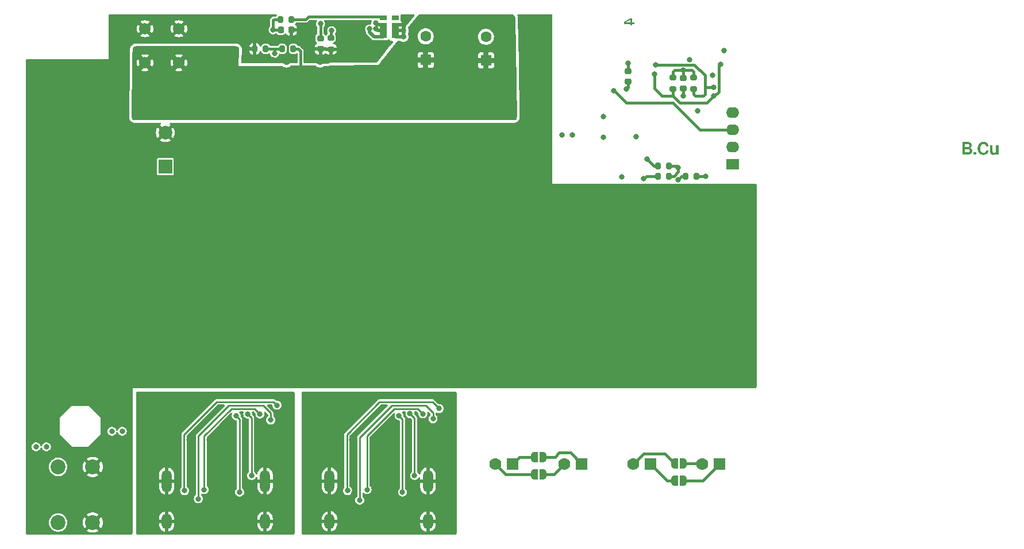
<source format=gbr>
%TF.GenerationSoftware,KiCad,Pcbnew,7.0.9-7.0.9~ubuntu22.04.1*%
%TF.CreationDate,2023-12-27T17:21:18-08:00*%
%TF.ProjectId,NX-J401-Adapter,4e582d4a-3430-4312-9d41-646170746572,1*%
%TF.SameCoordinates,Original*%
%TF.FileFunction,Copper,L4,Bot*%
%TF.FilePolarity,Positive*%
%FSLAX46Y46*%
G04 Gerber Fmt 4.6, Leading zero omitted, Abs format (unit mm)*
G04 Created by KiCad (PCBNEW 7.0.9-7.0.9~ubuntu22.04.1) date 2023-12-27 17:21:18*
%MOMM*%
%LPD*%
G01*
G04 APERTURE LIST*
G04 Aperture macros list*
%AMRoundRect*
0 Rectangle with rounded corners*
0 $1 Rounding radius*
0 $2 $3 $4 $5 $6 $7 $8 $9 X,Y pos of 4 corners*
0 Add a 4 corners polygon primitive as box body*
4,1,4,$2,$3,$4,$5,$6,$7,$8,$9,$2,$3,0*
0 Add four circle primitives for the rounded corners*
1,1,$1+$1,$2,$3*
1,1,$1+$1,$4,$5*
1,1,$1+$1,$6,$7*
1,1,$1+$1,$8,$9*
0 Add four rect primitives between the rounded corners*
20,1,$1+$1,$2,$3,$4,$5,0*
20,1,$1+$1,$4,$5,$6,$7,0*
20,1,$1+$1,$6,$7,$8,$9,0*
20,1,$1+$1,$8,$9,$2,$3,0*%
%AMFreePoly0*
4,1,19,0.500000,-0.750000,0.000000,-0.750000,0.000000,-0.744911,-0.071157,-0.744911,-0.207708,-0.704816,-0.327430,-0.627875,-0.420627,-0.520320,-0.479746,-0.390866,-0.500000,-0.250000,-0.500000,0.250000,-0.479746,0.390866,-0.420627,0.520320,-0.327430,0.627875,-0.207708,0.704816,-0.071157,0.744911,0.000000,0.744911,0.000000,0.750000,0.500000,0.750000,0.500000,-0.750000,0.500000,-0.750000,
$1*%
%AMFreePoly1*
4,1,19,0.000000,0.744911,0.071157,0.744911,0.207708,0.704816,0.327430,0.627875,0.420627,0.520320,0.479746,0.390866,0.500000,0.250000,0.500000,-0.250000,0.479746,-0.390866,0.420627,-0.520320,0.327430,-0.627875,0.207708,-0.704816,0.071157,-0.744911,0.000000,-0.744911,0.000000,-0.750000,-0.500000,-0.750000,-0.500000,0.750000,0.000000,0.750000,0.000000,0.744911,0.000000,0.744911,
$1*%
G04 Aperture macros list end*
%ADD10C,0.300000*%
%TA.AperFunction,NonConductor*%
%ADD11C,0.300000*%
%TD*%
%TA.AperFunction,ComponentPad*%
%ADD12R,1.778000X1.778000*%
%TD*%
%TA.AperFunction,ComponentPad*%
%ADD13C,1.778000*%
%TD*%
%TA.AperFunction,ComponentPad*%
%ADD14R,2.000000X2.000000*%
%TD*%
%TA.AperFunction,ComponentPad*%
%ADD15C,2.000000*%
%TD*%
%TA.AperFunction,ComponentPad*%
%ADD16C,2.200000*%
%TD*%
%TA.AperFunction,ComponentPad*%
%ADD17R,1.600000X1.600000*%
%TD*%
%TA.AperFunction,ComponentPad*%
%ADD18C,1.600000*%
%TD*%
%TA.AperFunction,ComponentPad*%
%ADD19O,1.500000X3.300000*%
%TD*%
%TA.AperFunction,ComponentPad*%
%ADD20O,1.500000X2.300000*%
%TD*%
%TA.AperFunction,ComponentPad*%
%ADD21C,1.701800*%
%TD*%
%TA.AperFunction,ComponentPad*%
%ADD22R,1.905000X1.600200*%
%TD*%
%TA.AperFunction,ComponentPad*%
%ADD23O,1.905000X1.600200*%
%TD*%
%TA.AperFunction,SMDPad,CuDef*%
%ADD24FreePoly0,0.000000*%
%TD*%
%TA.AperFunction,SMDPad,CuDef*%
%ADD25FreePoly1,0.000000*%
%TD*%
%TA.AperFunction,SMDPad,CuDef*%
%ADD26RoundRect,0.200000X0.275000X-0.200000X0.275000X0.200000X-0.275000X0.200000X-0.275000X-0.200000X0*%
%TD*%
%TA.AperFunction,SMDPad,CuDef*%
%ADD27RoundRect,0.225000X-0.250000X0.225000X-0.250000X-0.225000X0.250000X-0.225000X0.250000X0.225000X0*%
%TD*%
%TA.AperFunction,SMDPad,CuDef*%
%ADD28RoundRect,0.200000X0.200000X0.275000X-0.200000X0.275000X-0.200000X-0.275000X0.200000X-0.275000X0*%
%TD*%
%TA.AperFunction,SMDPad,CuDef*%
%ADD29RoundRect,0.225000X-0.225000X-0.250000X0.225000X-0.250000X0.225000X0.250000X-0.225000X0.250000X0*%
%TD*%
%TA.AperFunction,SMDPad,CuDef*%
%ADD30RoundRect,0.200000X-0.200000X-0.275000X0.200000X-0.275000X0.200000X0.275000X-0.200000X0.275000X0*%
%TD*%
%TA.AperFunction,SMDPad,CuDef*%
%ADD31R,1.010000X2.287000*%
%TD*%
%TA.AperFunction,SMDPad,CuDef*%
%ADD32R,1.010000X0.762000*%
%TD*%
%TA.AperFunction,ViaPad*%
%ADD33C,0.812800*%
%TD*%
%TA.AperFunction,Conductor*%
%ADD34C,0.381000*%
%TD*%
%TA.AperFunction,Conductor*%
%ADD35C,0.508000*%
%TD*%
%TA.AperFunction,Conductor*%
%ADD36C,0.254000*%
%TD*%
G04 APERTURE END LIST*
D10*
D11*
G36*
X310309806Y-82437930D02*
G01*
X310641000Y-82437930D01*
X310641000Y-82733219D01*
X310309806Y-82733219D01*
X310309806Y-82889657D01*
X310065075Y-82889657D01*
X310065075Y-82733219D01*
X309144768Y-82733219D01*
X309144768Y-82437930D01*
X309425403Y-82437930D01*
X310065075Y-82437930D01*
X310065075Y-82047385D01*
X309425403Y-82437930D01*
X309144768Y-82437930D01*
X309144768Y-82385173D01*
X310060678Y-81838558D01*
X310309806Y-81838558D01*
X310309806Y-82437930D01*
G37*
D10*
D11*
G36*
X359809182Y-100109462D02*
G01*
X359829867Y-100110047D01*
X359850193Y-100111023D01*
X359870158Y-100112388D01*
X359889765Y-100114144D01*
X359909012Y-100116290D01*
X359927899Y-100118826D01*
X359946426Y-100121752D01*
X359964594Y-100125068D01*
X359982402Y-100128775D01*
X359999851Y-100132871D01*
X360016940Y-100137358D01*
X360033669Y-100142235D01*
X360058089Y-100150282D01*
X360081699Y-100159207D01*
X360104433Y-100168827D01*
X360126060Y-100178958D01*
X360146581Y-100189600D01*
X360165994Y-100200754D01*
X360184300Y-100212419D01*
X360201500Y-100224596D01*
X360217593Y-100237284D01*
X360232579Y-100250484D01*
X360246458Y-100264195D01*
X360259230Y-100278418D01*
X360267130Y-100288184D01*
X360278313Y-100302891D01*
X360288901Y-100317537D01*
X360298893Y-100332122D01*
X360311290Y-100351474D01*
X360322628Y-100370717D01*
X360332908Y-100389852D01*
X360342129Y-100408878D01*
X360350292Y-100427796D01*
X360355720Y-100441913D01*
X360362234Y-100460654D01*
X360367879Y-100479314D01*
X360372656Y-100497892D01*
X360376564Y-100516389D01*
X360379604Y-100534805D01*
X360381775Y-100553139D01*
X360383078Y-100571391D01*
X360383513Y-100589563D01*
X360383005Y-100611354D01*
X360381482Y-100632595D01*
X360378944Y-100653287D01*
X360375390Y-100673430D01*
X360370822Y-100693023D01*
X360365238Y-100712066D01*
X360358639Y-100730559D01*
X360351024Y-100748503D01*
X360342394Y-100765897D01*
X360332749Y-100782742D01*
X360325755Y-100793667D01*
X360314324Y-100809781D01*
X360301527Y-100825880D01*
X360287363Y-100841964D01*
X360271832Y-100858033D01*
X360254935Y-100874086D01*
X360236672Y-100890124D01*
X360217042Y-100906147D01*
X360203197Y-100916820D01*
X360188744Y-100927487D01*
X360173684Y-100938147D01*
X360158016Y-100948800D01*
X360141742Y-100959446D01*
X360133377Y-100964767D01*
X360151999Y-100975953D01*
X360170029Y-100987309D01*
X360187469Y-100998836D01*
X360204318Y-101010534D01*
X360220575Y-101022402D01*
X360236241Y-101034440D01*
X360251316Y-101046649D01*
X360265800Y-101059029D01*
X360279693Y-101071579D01*
X360292994Y-101084299D01*
X360305704Y-101097190D01*
X360317823Y-101110252D01*
X360329351Y-101123484D01*
X360350634Y-101150459D01*
X360369551Y-101178116D01*
X360386104Y-101206455D01*
X360400292Y-101235476D01*
X360412116Y-101265179D01*
X360421575Y-101295564D01*
X360428669Y-101326631D01*
X360433398Y-101358380D01*
X360435763Y-101390810D01*
X360436058Y-101407281D01*
X360435583Y-101429782D01*
X360434159Y-101452119D01*
X360431784Y-101474294D01*
X360428459Y-101496305D01*
X360424184Y-101518154D01*
X360418959Y-101539840D01*
X360412785Y-101561364D01*
X360405660Y-101582724D01*
X360397599Y-101603867D01*
X360388398Y-101624956D01*
X360380749Y-101640737D01*
X360372459Y-101656488D01*
X360363528Y-101672208D01*
X360353955Y-101687897D01*
X360343742Y-101703556D01*
X360332887Y-101719184D01*
X360321391Y-101734782D01*
X360309253Y-101750350D01*
X360296293Y-101765534D01*
X360282165Y-101780146D01*
X360266868Y-101794185D01*
X360250404Y-101807652D01*
X360232772Y-101820547D01*
X360213972Y-101832868D01*
X360194003Y-101844618D01*
X360172867Y-101855794D01*
X360150564Y-101866399D01*
X360127092Y-101876430D01*
X360110795Y-101882800D01*
X360094042Y-101888848D01*
X360076895Y-101894505D01*
X360059355Y-101899772D01*
X360041421Y-101904649D01*
X360023094Y-101909136D01*
X360004373Y-101913233D01*
X359985259Y-101916939D01*
X359965751Y-101920255D01*
X359945849Y-101923182D01*
X359925554Y-101925718D01*
X359904866Y-101927864D01*
X359883784Y-101929619D01*
X359862308Y-101930985D01*
X359840439Y-101931960D01*
X359818176Y-101932545D01*
X359795519Y-101932741D01*
X358975195Y-101932741D01*
X358975195Y-101147157D01*
X359350399Y-101147157D01*
X359350399Y-101620071D01*
X359798125Y-101620071D01*
X359831728Y-101619153D01*
X359863163Y-101616400D01*
X359892430Y-101611811D01*
X359919529Y-101605387D01*
X359944460Y-101597128D01*
X359967223Y-101587033D01*
X359987819Y-101575102D01*
X360006246Y-101561336D01*
X360022505Y-101545735D01*
X360036597Y-101528298D01*
X360048520Y-101509026D01*
X360058276Y-101487919D01*
X360065864Y-101464976D01*
X360071284Y-101440197D01*
X360074536Y-101413583D01*
X360075620Y-101385134D01*
X360074536Y-101356316D01*
X360071284Y-101329358D01*
X360065864Y-101304259D01*
X360058276Y-101281019D01*
X360048520Y-101259638D01*
X360036597Y-101240117D01*
X360022505Y-101222455D01*
X360006246Y-101206651D01*
X359987819Y-101192708D01*
X359967223Y-101180623D01*
X359944460Y-101170397D01*
X359919529Y-101162031D01*
X359892430Y-101155524D01*
X359863163Y-101150876D01*
X359831728Y-101148087D01*
X359798125Y-101147157D01*
X359350399Y-101147157D01*
X358975195Y-101147157D01*
X358975195Y-100421937D01*
X359350399Y-100421937D01*
X359350399Y-100834487D01*
X359758173Y-100834487D01*
X359790251Y-100833687D01*
X359820259Y-100831285D01*
X359848198Y-100827281D01*
X359874067Y-100821677D01*
X359897867Y-100814471D01*
X359919597Y-100805663D01*
X359939257Y-100795254D01*
X359956848Y-100783244D01*
X359972370Y-100769633D01*
X359985822Y-100754420D01*
X359997204Y-100737606D01*
X360006517Y-100719190D01*
X360013761Y-100699174D01*
X360018935Y-100677555D01*
X360022039Y-100654336D01*
X360023074Y-100629515D01*
X360022039Y-100604378D01*
X360018935Y-100580864D01*
X360013761Y-100558971D01*
X360006517Y-100538699D01*
X359997204Y-100520050D01*
X359985822Y-100503022D01*
X359972370Y-100487616D01*
X359956848Y-100473831D01*
X359939257Y-100461669D01*
X359919597Y-100451127D01*
X359897867Y-100442208D01*
X359874067Y-100434910D01*
X359848198Y-100429234D01*
X359820259Y-100425180D01*
X359790251Y-100422748D01*
X359758173Y-100421937D01*
X359350399Y-100421937D01*
X358975195Y-100421937D01*
X358975195Y-100109267D01*
X359788137Y-100109267D01*
X359809182Y-100109462D01*
G37*
G36*
X361026223Y-101567525D02*
G01*
X361026223Y-101932741D01*
X360651019Y-101932741D01*
X360651019Y-101567525D01*
X361026223Y-101567525D01*
G37*
G36*
X362486218Y-100727224D02*
G01*
X362481577Y-100707053D01*
X362476449Y-100687521D01*
X362470832Y-100668630D01*
X362464729Y-100650380D01*
X362458137Y-100632770D01*
X362451058Y-100615800D01*
X362443491Y-100599471D01*
X362435436Y-100583781D01*
X362417864Y-100554324D01*
X362398340Y-100527429D01*
X362376866Y-100503095D01*
X362353442Y-100481322D01*
X362328066Y-100462111D01*
X362300740Y-100445462D01*
X362271462Y-100431374D01*
X362240234Y-100419847D01*
X362207056Y-100410882D01*
X362189735Y-100407360D01*
X362171926Y-100404478D01*
X362153630Y-100402237D01*
X362134846Y-100400636D01*
X362115574Y-100399675D01*
X362095815Y-100399355D01*
X362068349Y-100400020D01*
X362041647Y-100402015D01*
X362015708Y-100405340D01*
X361990533Y-100409995D01*
X361966121Y-100415979D01*
X361942472Y-100423294D01*
X361919587Y-100431938D01*
X361897465Y-100441913D01*
X361876106Y-100453217D01*
X361855511Y-100465852D01*
X361835679Y-100479816D01*
X361816610Y-100495110D01*
X361798305Y-100511734D01*
X361780763Y-100529689D01*
X361763985Y-100548973D01*
X361747969Y-100569586D01*
X361732824Y-100591330D01*
X361718657Y-100614112D01*
X361705466Y-100637932D01*
X361693252Y-100662790D01*
X361682016Y-100688687D01*
X361671756Y-100715621D01*
X361662474Y-100743594D01*
X361654168Y-100772605D01*
X361646840Y-100802654D01*
X361640489Y-100833741D01*
X361635115Y-100865866D01*
X361630718Y-100899030D01*
X361627298Y-100933232D01*
X361625955Y-100950722D01*
X361624856Y-100968471D01*
X361624001Y-100986481D01*
X361623390Y-101004749D01*
X361623024Y-101023278D01*
X361622901Y-101042065D01*
X361623020Y-101060557D01*
X361623375Y-101078795D01*
X361623966Y-101096778D01*
X361624795Y-101114506D01*
X361625859Y-101131980D01*
X361628699Y-101166165D01*
X361632485Y-101199332D01*
X361637218Y-101231481D01*
X361642897Y-101262612D01*
X361649523Y-101292726D01*
X361657096Y-101321821D01*
X361665615Y-101349899D01*
X361675080Y-101376959D01*
X361685493Y-101403001D01*
X361696851Y-101428026D01*
X361709157Y-101452033D01*
X361722408Y-101475021D01*
X361736607Y-101496992D01*
X361744061Y-101507596D01*
X361759635Y-101527895D01*
X361775959Y-101546884D01*
X361793033Y-101564563D01*
X361810856Y-101580933D01*
X361829429Y-101595993D01*
X361848752Y-101609743D01*
X361868825Y-101622184D01*
X361889648Y-101633316D01*
X361911220Y-101643137D01*
X361933542Y-101651650D01*
X361956614Y-101658852D01*
X361980436Y-101664745D01*
X362005008Y-101669329D01*
X362030329Y-101672603D01*
X362056400Y-101674567D01*
X362083221Y-101675222D01*
X362104824Y-101674851D01*
X362125881Y-101673736D01*
X362146391Y-101671879D01*
X362166355Y-101669278D01*
X362185773Y-101665935D01*
X362204645Y-101661848D01*
X362222971Y-101657019D01*
X362240750Y-101651446D01*
X362257983Y-101645131D01*
X362274670Y-101638072D01*
X362290811Y-101630271D01*
X362306405Y-101621726D01*
X362321454Y-101612439D01*
X362335956Y-101602408D01*
X362349912Y-101591635D01*
X362363321Y-101580118D01*
X362376117Y-101567918D01*
X362388230Y-101555094D01*
X362399662Y-101541645D01*
X362410412Y-101527572D01*
X362420479Y-101512875D01*
X362429865Y-101497554D01*
X362438569Y-101481608D01*
X362446591Y-101465038D01*
X362453931Y-101447844D01*
X362460589Y-101430026D01*
X362466566Y-101411583D01*
X362471860Y-101392516D01*
X362476472Y-101372825D01*
X362480403Y-101352510D01*
X362483651Y-101331570D01*
X362486218Y-101310006D01*
X362851434Y-101310006D01*
X362850133Y-101329422D01*
X362848457Y-101348586D01*
X362846404Y-101367498D01*
X362843977Y-101386158D01*
X362841173Y-101404567D01*
X362837993Y-101422723D01*
X362834438Y-101440628D01*
X362830508Y-101458280D01*
X362826201Y-101475681D01*
X362821519Y-101492830D01*
X362816461Y-101509726D01*
X362811027Y-101526371D01*
X362805217Y-101542764D01*
X362792471Y-101574795D01*
X362778222Y-101605817D01*
X362762469Y-101635833D01*
X362745214Y-101664840D01*
X362726456Y-101692840D01*
X362706195Y-101719832D01*
X362684431Y-101745817D01*
X362661164Y-101770794D01*
X362636394Y-101794763D01*
X362623445Y-101806370D01*
X362610208Y-101817671D01*
X362596716Y-101828614D01*
X362568965Y-101849423D01*
X362540194Y-101868797D01*
X362525425Y-101877946D01*
X362510401Y-101886736D01*
X362495121Y-101895167D01*
X362479587Y-101903239D01*
X362463797Y-101910953D01*
X362447752Y-101918308D01*
X362431451Y-101925304D01*
X362414895Y-101931942D01*
X362398084Y-101938220D01*
X362381017Y-101944140D01*
X362363696Y-101949701D01*
X362346119Y-101954903D01*
X362328286Y-101959747D01*
X362310198Y-101964231D01*
X362291855Y-101968357D01*
X362273257Y-101972124D01*
X362254404Y-101975533D01*
X362235295Y-101978582D01*
X362215931Y-101981273D01*
X362196311Y-101983605D01*
X362176436Y-101985579D01*
X362156306Y-101987193D01*
X362135921Y-101988449D01*
X362115280Y-101989346D01*
X362094384Y-101989884D01*
X362073233Y-101990063D01*
X362049638Y-101989813D01*
X362026349Y-101989062D01*
X362003368Y-101987811D01*
X361980694Y-101986060D01*
X361958327Y-101983808D01*
X361936267Y-101981056D01*
X361914514Y-101977803D01*
X361893068Y-101974050D01*
X361871929Y-101969796D01*
X361851097Y-101965042D01*
X361830572Y-101959788D01*
X361810354Y-101954033D01*
X361790443Y-101947778D01*
X361770839Y-101941022D01*
X361751543Y-101933766D01*
X361732553Y-101926009D01*
X361713870Y-101917752D01*
X361695495Y-101908995D01*
X361677426Y-101899737D01*
X361659665Y-101889979D01*
X361642210Y-101879720D01*
X361625063Y-101868961D01*
X361608222Y-101857702D01*
X361591689Y-101845942D01*
X361575462Y-101833682D01*
X361559543Y-101820921D01*
X361543931Y-101807660D01*
X361528625Y-101793898D01*
X361513627Y-101779636D01*
X361498936Y-101764874D01*
X361484552Y-101749611D01*
X361470475Y-101733848D01*
X361456769Y-101717654D01*
X361443498Y-101701101D01*
X361430662Y-101684189D01*
X361418261Y-101666917D01*
X361406296Y-101649285D01*
X361394765Y-101631294D01*
X361383670Y-101612943D01*
X361373010Y-101594232D01*
X361362785Y-101575162D01*
X361352995Y-101555732D01*
X361343640Y-101535942D01*
X361334720Y-101515793D01*
X361326235Y-101495284D01*
X361318186Y-101474416D01*
X361310571Y-101453188D01*
X361303392Y-101431600D01*
X361296648Y-101409653D01*
X361290338Y-101387346D01*
X361284464Y-101364679D01*
X361279026Y-101341653D01*
X361274022Y-101318267D01*
X361269453Y-101294522D01*
X361265320Y-101270417D01*
X361261621Y-101245952D01*
X361258358Y-101221128D01*
X361255529Y-101195944D01*
X361253136Y-101170401D01*
X361251178Y-101144497D01*
X361249655Y-101118235D01*
X361248568Y-101091612D01*
X361247915Y-101064630D01*
X361247697Y-101037289D01*
X361247917Y-101009785D01*
X361248576Y-100982644D01*
X361249675Y-100955865D01*
X361251212Y-100929449D01*
X361253189Y-100903394D01*
X361255606Y-100877702D01*
X361258462Y-100852372D01*
X361261757Y-100827403D01*
X361265491Y-100802798D01*
X361269665Y-100778554D01*
X361274278Y-100754672D01*
X361279331Y-100731153D01*
X361284823Y-100707996D01*
X361290754Y-100685201D01*
X361297125Y-100662768D01*
X361303935Y-100640697D01*
X361311184Y-100618989D01*
X361318873Y-100597642D01*
X361327001Y-100576658D01*
X361335568Y-100556036D01*
X361344575Y-100535776D01*
X361354021Y-100515879D01*
X361363906Y-100496343D01*
X361374231Y-100477170D01*
X361384995Y-100458359D01*
X361396199Y-100439910D01*
X361407842Y-100421823D01*
X361419924Y-100404098D01*
X361432445Y-100386736D01*
X361445406Y-100369735D01*
X361458807Y-100353097D01*
X361472646Y-100336821D01*
X361486889Y-100320978D01*
X361501443Y-100305637D01*
X361516310Y-100290800D01*
X361531489Y-100276465D01*
X361546980Y-100262634D01*
X361562783Y-100249305D01*
X361578898Y-100236479D01*
X361595326Y-100224157D01*
X361612065Y-100212337D01*
X361629117Y-100201020D01*
X361646481Y-100190207D01*
X361664156Y-100179896D01*
X361682144Y-100170088D01*
X361700445Y-100160783D01*
X361719057Y-100151981D01*
X361737981Y-100143682D01*
X361757218Y-100135886D01*
X361776766Y-100128593D01*
X361796627Y-100121803D01*
X361816800Y-100115516D01*
X361837285Y-100109732D01*
X361858082Y-100104451D01*
X361879192Y-100099673D01*
X361900613Y-100095398D01*
X361922347Y-100091625D01*
X361944392Y-100088356D01*
X361966750Y-100085590D01*
X361989420Y-100083326D01*
X362012402Y-100081566D01*
X362035696Y-100080309D01*
X362059303Y-100079554D01*
X362083221Y-100079303D01*
X362103273Y-100079471D01*
X362123099Y-100079978D01*
X362142696Y-100080822D01*
X362162067Y-100082003D01*
X362181210Y-100083522D01*
X362200126Y-100085379D01*
X362218815Y-100087573D01*
X362237276Y-100090105D01*
X362255510Y-100092974D01*
X362273517Y-100096181D01*
X362291296Y-100099726D01*
X362308848Y-100103608D01*
X362326173Y-100107828D01*
X362343270Y-100112385D01*
X362360140Y-100117280D01*
X362376783Y-100122512D01*
X362409387Y-100133989D01*
X362441081Y-100146817D01*
X362471867Y-100160995D01*
X362501743Y-100176523D01*
X362530709Y-100193402D01*
X362558767Y-100211631D01*
X362585915Y-100231210D01*
X362612154Y-100252140D01*
X362637282Y-100274199D01*
X362660989Y-100297276D01*
X362683273Y-100321371D01*
X362704137Y-100346483D01*
X362723579Y-100372614D01*
X362741599Y-100399762D01*
X362758198Y-100427928D01*
X362773375Y-100457112D01*
X362787130Y-100487314D01*
X362799464Y-100518533D01*
X362810377Y-100550771D01*
X362819868Y-100584026D01*
X362824081Y-100601035D01*
X362827938Y-100618299D01*
X362831439Y-100635817D01*
X362834586Y-100653589D01*
X362837376Y-100671616D01*
X362839812Y-100689898D01*
X362841892Y-100708434D01*
X362843617Y-100727224D01*
X362486218Y-100727224D01*
G37*
G36*
X364312731Y-101932741D02*
G01*
X363962715Y-101932741D01*
X363962715Y-101772497D01*
X363944135Y-101798843D01*
X363924655Y-101823489D01*
X363904277Y-101846436D01*
X363883000Y-101867682D01*
X363860824Y-101887229D01*
X363837748Y-101905077D01*
X363813774Y-101921224D01*
X363788901Y-101935672D01*
X363763128Y-101948420D01*
X363736456Y-101959468D01*
X363708886Y-101968817D01*
X363680416Y-101976465D01*
X363651047Y-101982415D01*
X363620779Y-101986664D01*
X363589613Y-101989213D01*
X363557547Y-101990063D01*
X363531051Y-101989585D01*
X363505306Y-101988150D01*
X363480310Y-101985758D01*
X363456065Y-101982409D01*
X363432568Y-101978104D01*
X363409822Y-101972842D01*
X363387826Y-101966623D01*
X363366579Y-101959448D01*
X363346082Y-101951315D01*
X363326335Y-101942226D01*
X363307338Y-101932181D01*
X363289090Y-101921178D01*
X363271592Y-101909219D01*
X363254844Y-101896303D01*
X363238846Y-101882430D01*
X363223598Y-101867601D01*
X363209189Y-101851901D01*
X363195710Y-101835418D01*
X363183160Y-101818151D01*
X363171540Y-101800100D01*
X363160850Y-101781266D01*
X363151089Y-101761647D01*
X363142258Y-101741245D01*
X363134356Y-101720060D01*
X363127385Y-101698090D01*
X363121342Y-101675337D01*
X363116229Y-101651801D01*
X363112046Y-101627480D01*
X363108793Y-101602376D01*
X363106469Y-101576488D01*
X363105074Y-101549817D01*
X363104609Y-101522361D01*
X363104609Y-100582180D01*
X363455060Y-100582180D01*
X363455060Y-101449839D01*
X363455939Y-101479235D01*
X363458575Y-101506735D01*
X363462969Y-101532337D01*
X363469120Y-101556044D01*
X363477028Y-101577854D01*
X363486694Y-101597767D01*
X363498117Y-101615784D01*
X363511297Y-101631904D01*
X363526235Y-101646128D01*
X363542931Y-101658455D01*
X363561384Y-101668886D01*
X363581594Y-101677421D01*
X363603562Y-101684058D01*
X363627287Y-101688800D01*
X363652769Y-101691644D01*
X363680009Y-101692593D01*
X363703505Y-101691955D01*
X363726116Y-101690043D01*
X363747841Y-101686856D01*
X363768680Y-101682394D01*
X363788634Y-101676658D01*
X363807703Y-101669646D01*
X363825886Y-101661360D01*
X363843184Y-101651799D01*
X363859596Y-101640963D01*
X363875122Y-101628853D01*
X363884981Y-101620071D01*
X363898873Y-101606053D01*
X363911399Y-101591195D01*
X363922558Y-101575498D01*
X363932350Y-101558962D01*
X363940776Y-101541585D01*
X363947836Y-101523369D01*
X363953529Y-101504313D01*
X363957856Y-101484417D01*
X363960817Y-101463682D01*
X363962411Y-101442107D01*
X363962715Y-101427257D01*
X363962715Y-100582180D01*
X364312731Y-100582180D01*
X364312731Y-101932741D01*
G37*
D12*
%TO.P,J10,1,Pin_1*%
%TO.N,/CAN_FD_DC2_L*%
X302895000Y-147574000D03*
D13*
%TO.P,J10,2,Pin_2*%
%TO.N,/CAN_FD_DC2_H*%
X300355000Y-147574000D03*
%TD*%
D14*
%TO.P,C8,1*%
%TO.N,/Power Supply/V_IN*%
X241554000Y-103713677D03*
D15*
%TO.P,C8,2*%
%TO.N,GND*%
X241554000Y-98713677D03*
%TD*%
D16*
%TO.P,J13,1,Pin_1*%
%TO.N,/Power Supply/V_{BAT}*%
X225774000Y-148004000D03*
X225774000Y-156204000D03*
%TO.P,J13,2,Pin_2*%
%TO.N,GND*%
X230854000Y-148004000D03*
X230854000Y-156204000D03*
%TD*%
D17*
%TO.P,C3,1*%
%TO.N,/Power Supply/+18V*%
X279908000Y-88012651D03*
D18*
%TO.P,C3,2*%
%TO.N,GND*%
X279908000Y-84512651D03*
%TD*%
D12*
%TO.P,J9,1,Pin_1*%
%TO.N,/CAN_FD2_L*%
X292735000Y-147574000D03*
D13*
%TO.P,J9,2,Pin_2*%
%TO.N,/CAN_FD2_H*%
X290195000Y-147574000D03*
%TD*%
D17*
%TO.P,C4,1*%
%TO.N,/Power Supply/+18V*%
X288798000Y-88082000D03*
D18*
%TO.P,C4,2*%
%TO.N,GND*%
X288798000Y-84582000D03*
%TD*%
D12*
%TO.P,J11,1,Pin_1*%
%TO.N,/CAN_FD1_L*%
X313055000Y-147574000D03*
D13*
%TO.P,J11,2,Pin_2*%
%TO.N,/CAN_FD1_H*%
X310515000Y-147574000D03*
%TD*%
D19*
%TO.P,J14,SH,SH*%
%TO.N,/MIPI-HDMI-1/GND_MIPI*%
X256250000Y-150075000D03*
X241750000Y-150075000D03*
D20*
X256250000Y-156035000D03*
X241750000Y-156035000D03*
%TD*%
D21*
%TO.P,J2,1,Pin_1*%
%TO.N,/Power Supply/+18V*%
X238561113Y-88406784D03*
X243561113Y-88406784D03*
%TO.P,J2,2,Pin_2*%
%TO.N,GND*%
X238561113Y-83406784D03*
X243561113Y-83406784D03*
%TD*%
D19*
%TO.P,J15,SH,SH*%
%TO.N,/MIPI-HDMI-2/GND_MIPI*%
X280250000Y-150075000D03*
X265750000Y-150075000D03*
D20*
X280250000Y-156035000D03*
X265750000Y-156035000D03*
%TD*%
D12*
%TO.P,J12,1,Pin_1*%
%TO.N,/CAN_FD_DC1_L*%
X323215000Y-147574000D03*
D13*
%TO.P,J12,2,Pin_2*%
%TO.N,/CAN_FD_DC1_H*%
X320675000Y-147574000D03*
%TD*%
D22*
%TO.P,J4,1,Pin_1*%
%TO.N,GND*%
X325120000Y-103378000D03*
D23*
%TO.P,J4,2,Pin_2*%
%TO.N,/FAN_PWR*%
X325120000Y-100838000D03*
%TO.P,J4,3,Pin_3*%
%TO.N,/FAN_PWM*%
X325120000Y-98298000D03*
%TO.P,J4,4,Pin_4*%
%TO.N,/FAN_TACH*%
X325120000Y-95758000D03*
%TD*%
D24*
%TO.P,JP3,1,A*%
%TO.N,/CAN_FD2_H*%
X295895000Y-149098000D03*
D25*
%TO.P,JP3,2,B*%
%TO.N,/CAN_FD_DC2_H*%
X297195000Y-149098000D03*
%TD*%
D26*
%TO.P,R14,1*%
%TO.N,GND*%
X265938000Y-86423000D03*
%TO.P,R14,2*%
%TO.N,Net-(U1-FA{slash}SD)*%
X265938000Y-84773000D03*
%TD*%
D27*
%TO.P,C12,1*%
%TO.N,+3V3*%
X309753000Y-89649000D03*
%TO.P,C12,2*%
%TO.N,GND*%
X309753000Y-91199000D03*
%TD*%
D26*
%TO.P,R17,1*%
%TO.N,/Fan Control/I2C_SCL*%
X319405000Y-92265000D03*
%TO.P,R17,2*%
%TO.N,+3V3*%
X319405000Y-90615000D03*
%TD*%
D28*
%TO.P,R19,1*%
%TO.N,Net-(U5-IN)*%
X315785000Y-103632000D03*
%TO.P,R19,2*%
%TO.N,/Power Supply/V_{BAT}*%
X314135000Y-103632000D03*
%TD*%
D29*
%TO.P,C10,1*%
%TO.N,Net-(U1-I_{SEN})*%
X258559000Y-83566000D03*
%TO.P,C10,2*%
%TO.N,GND*%
X260109000Y-83566000D03*
%TD*%
D27*
%TO.P,C13,1*%
%TO.N,+3V3*%
X317881000Y-90665000D03*
%TO.P,C13,2*%
%TO.N,GND*%
X317881000Y-92215000D03*
%TD*%
D24*
%TO.P,JP2,1,A*%
%TO.N,/CAN_FD1_H*%
X316596000Y-147504000D03*
D25*
%TO.P,JP2,2,B*%
%TO.N,/CAN_FD_DC1_H*%
X317896000Y-147504000D03*
%TD*%
D26*
%TO.P,R18,1*%
%TO.N,/Fan Control/I2C_SDA*%
X316357000Y-92265000D03*
%TO.P,R18,2*%
%TO.N,+3V3*%
X316357000Y-90615000D03*
%TD*%
D27*
%TO.P,C11,1*%
%TO.N,/Power Supply/V_IN*%
X264414000Y-84823000D03*
%TO.P,C11,2*%
%TO.N,GND*%
X264414000Y-86373000D03*
%TD*%
D30*
%TO.P,R15,1*%
%TO.N,Net-(U1-FB)*%
X258763000Y-86360000D03*
%TO.P,R15,2*%
%TO.N,/Power Supply/+18V*%
X260413000Y-86360000D03*
%TD*%
D24*
%TO.P,JP1,1,A*%
%TO.N,/CAN_FD2_L*%
X295895000Y-146558000D03*
D25*
%TO.P,JP1,2,B*%
%TO.N,/CAN_FD_DC2_L*%
X297195000Y-146558000D03*
%TD*%
D30*
%TO.P,R16,1*%
%TO.N,GND*%
X254699000Y-86360000D03*
%TO.P,R16,2*%
%TO.N,Net-(U1-FB)*%
X256349000Y-86360000D03*
%TD*%
D31*
%TO.P,R13,1,1*%
%TO.N,GND*%
X275463000Y-83693000D03*
D32*
%TO.P,R13,2,2*%
%TO.N,unconnected-(R13-Pad2)*%
X275463000Y-81787000D03*
%TO.P,R13,3,3*%
%TO.N,Net-(R12-Pad1)*%
X273693000Y-81787000D03*
D31*
%TO.P,R13,4,4*%
%TO.N,Net-(Q1-S-Pad1)*%
X273693000Y-83692500D03*
%TD*%
D28*
%TO.P,R12,1*%
%TO.N,Net-(R12-Pad1)*%
X260159000Y-82042000D03*
%TO.P,R12,2*%
%TO.N,Net-(U1-I_{SEN})*%
X258509000Y-82042000D03*
%TD*%
D30*
%TO.P,R20,1*%
%TO.N,GND*%
X318199000Y-105156000D03*
%TO.P,R20,2*%
%TO.N,Net-(U5-GND)*%
X319849000Y-105156000D03*
%TD*%
%TO.P,R21,1*%
%TO.N,Net-(D4-K-Pad3)*%
X314135000Y-105156000D03*
%TO.P,R21,2*%
%TO.N,Net-(U5-IN)*%
X315785000Y-105156000D03*
%TD*%
D24*
%TO.P,JP4,1,A*%
%TO.N,/CAN_FD1_L*%
X316596000Y-150044000D03*
D25*
%TO.P,JP4,2,B*%
%TO.N,/CAN_FD_DC1_L*%
X317896000Y-150044000D03*
%TD*%
D33*
%TO.N,GND*%
X317072448Y-105693329D03*
X276631400Y-84556600D03*
X235966000Y-157327600D03*
X224028000Y-136652000D03*
X309499000Y-92329000D03*
X233680000Y-137160000D03*
X276606000Y-82829400D03*
X306070000Y-99441000D03*
X222504000Y-136652000D03*
X234645200Y-96520000D03*
X320014600Y-95529400D03*
X317881000Y-93345000D03*
X301523400Y-99034600D03*
X308803000Y-105217000D03*
X276606000Y-83693000D03*
X323874000Y-86638000D03*
X306070000Y-96367600D03*
X264349000Y-88330000D03*
X253619000Y-84836000D03*
X261416800Y-83566000D03*
X257404907Y-88007497D03*
X322173600Y-90220800D03*
X259399000Y-88327000D03*
X310896000Y-99339400D03*
X235204000Y-137160000D03*
%TO.N,/Power Supply/V_{BAT}*%
X235204000Y-142748000D03*
X233680000Y-142748000D03*
X224028000Y-145034000D03*
X222504000Y-145034000D03*
X312547000Y-102616000D03*
%TO.N,/Power Supply/V_IN*%
X264414000Y-82677000D03*
%TO.N,/MIPI-HDMI-2/GND_MIPI*%
X265988800Y-143992600D03*
X269036800Y-143992600D03*
X272034000Y-144018000D03*
X269353863Y-151830101D03*
X277520400Y-151384000D03*
X275031200Y-140893800D03*
X274015200Y-151231600D03*
X272516600Y-151231600D03*
X275564600Y-151231600D03*
%TO.N,/MIPI-HDMI-2/PWR_DN_LS*%
X276504400Y-151714200D03*
X275996400Y-140462000D03*
%TO.N,/MIPI-HDMI-2/CAM_MCLK*%
X277600373Y-140153144D03*
X278282400Y-149275800D03*
%TO.N,/MIPI-HDMI-2/CAM_SCL*%
X279500000Y-140167456D03*
X271272000Y-151358600D03*
%TO.N,/MIPI-HDMI-2/CAM_SDA*%
X270200000Y-152900000D03*
X281000000Y-140900000D03*
%TO.N,/MIPI-HDMI-2/CAM_3V3*%
X268397697Y-151498766D03*
X281900000Y-139400000D03*
%TO.N,/MIPI-HDMI-1/GND_MIPI*%
X250012200Y-151231600D03*
X248513600Y-151231600D03*
X241985800Y-143992600D03*
X245350863Y-151830101D03*
X245033800Y-143992600D03*
X251561600Y-151231600D03*
X248031000Y-144018000D03*
X253517400Y-151384000D03*
X251028200Y-140893800D03*
%TO.N,/MIPI-HDMI-1/PWR_DN_LS*%
X251993400Y-140462000D03*
X252501400Y-151714200D03*
%TO.N,/MIPI-HDMI-1/CAM_MCLK*%
X253700000Y-140200000D03*
X254279400Y-149275800D03*
%TO.N,/MIPI-HDMI-1/CAM_SCL*%
X255500000Y-140200000D03*
X247269000Y-151358600D03*
%TO.N,/MIPI-HDMI-1/CAM_SDA*%
X246422546Y-152700000D03*
X257082013Y-141082013D03*
%TO.N,/MIPI-HDMI-1/CAM_3V3*%
X258000000Y-138900000D03*
X244394697Y-151498766D03*
%TO.N,Net-(D4-K-Pad3)*%
X312039000Y-105537000D03*
%TO.N,Net-(U1-I_{SEN})*%
X257429000Y-83566000D03*
%TO.N,Net-(U1-FA{slash}SD)*%
X266065000Y-83693000D03*
%TO.N,Net-(Q1-S-Pad1)*%
X271653000Y-83439000D03*
X272542000Y-82579897D03*
X272542000Y-83439000D03*
%TO.N,Net-(U1-FB)*%
X257648472Y-87025299D03*
%TO.N,+3V3*%
X317881000Y-89535000D03*
X309753000Y-88519000D03*
X318770000Y-87942412D03*
X299974000Y-99060000D03*
%TO.N,/FAN_PWM*%
X307640500Y-92502500D03*
%TO.N,/Fan Control/I2C_SDA*%
X313594929Y-90104797D03*
X323350000Y-88638000D03*
X322326000Y-93345000D03*
%TO.N,/Fan Control/I2C_SCL*%
X313817000Y-88738456D03*
X322326000Y-92075000D03*
%TO.N,Net-(U5-IN)*%
X317119000Y-103886000D03*
%TO.N,Net-(U5-GND)*%
X321183000Y-105156000D03*
%TD*%
D34*
%TO.N,GND*%
X264414000Y-88265000D02*
X264349000Y-88330000D01*
X254000000Y-86360000D02*
X253619000Y-85979000D01*
D35*
X275463000Y-83693000D02*
X275463000Y-82804000D01*
D34*
X265938000Y-86423000D02*
X265938000Y-87858600D01*
D35*
X275463000Y-82804000D02*
X276606000Y-82804000D01*
X275463000Y-84552103D02*
X275463000Y-83693000D01*
D34*
X253619000Y-85979000D02*
X253619000Y-84836000D01*
X317627000Y-105156000D02*
X317119000Y-105664000D01*
D35*
X276606000Y-84552103D02*
X275463000Y-84552103D01*
D34*
X265938000Y-87858600D02*
X265466600Y-88330000D01*
D35*
X260109000Y-83566000D02*
X261366000Y-83566000D01*
X275463000Y-83693000D02*
X276606000Y-83693000D01*
D34*
X264414000Y-86373000D02*
X264414000Y-88265000D01*
D35*
X261366000Y-83566000D02*
X261416800Y-83566000D01*
X276626903Y-84552103D02*
X276631400Y-84556600D01*
D34*
X254699000Y-86360000D02*
X254000000Y-86360000D01*
X309753000Y-92075000D02*
X309753000Y-91199000D01*
X318199000Y-105156000D02*
X317627000Y-105156000D01*
X309499000Y-92329000D02*
X309753000Y-92075000D01*
X317881000Y-92215000D02*
X317881000Y-93345000D01*
X317101777Y-105664000D02*
X317072448Y-105693329D01*
X265466600Y-88330000D02*
X264349000Y-88330000D01*
X317119000Y-105664000D02*
X317101777Y-105664000D01*
D35*
X276606000Y-84552103D02*
X276626903Y-84552103D01*
X276606000Y-82804000D02*
X276606000Y-82829400D01*
D34*
%TO.N,/Power Supply/V_{BAT}*%
X314135000Y-103632000D02*
X313563000Y-103632000D01*
X313563000Y-103632000D02*
X312547000Y-102616000D01*
%TO.N,/Power Supply/V_IN*%
X264414000Y-84823000D02*
X264414000Y-82677000D01*
D36*
%TO.N,/MIPI-HDMI-2/PWR_DN_LS*%
X275996400Y-140462000D02*
X276504400Y-140970000D01*
X276504400Y-140970000D02*
X276504400Y-151714200D01*
%TO.N,/MIPI-HDMI-2/CAM_MCLK*%
X277600373Y-140153144D02*
X278282400Y-140835171D01*
X278282400Y-140835171D02*
X278282400Y-149275800D01*
%TO.N,/MIPI-HDMI-2/CAM_SCL*%
X271272000Y-143433800D02*
X271272000Y-151358600D01*
X275285200Y-139420600D02*
X271272000Y-143433800D01*
X279500000Y-140167456D02*
X278753144Y-139420600D01*
X278753144Y-139420600D02*
X275285200Y-139420600D01*
%TO.N,/MIPI-HDMI-2/CAM_SDA*%
X274929600Y-138938000D02*
X270200000Y-143667600D01*
X279938000Y-138938000D02*
X274929600Y-138938000D01*
X281000000Y-140900000D02*
X281000000Y-140000000D01*
X270200000Y-143667600D02*
X270200000Y-152900000D01*
X281000000Y-140000000D02*
X279938000Y-138938000D01*
%TO.N,/MIPI-HDMI-2/CAM_3V3*%
X268303756Y-143227044D02*
X268303756Y-151404825D01*
X281900000Y-139400000D02*
X280930000Y-138430000D01*
X268303756Y-151404825D02*
X268397697Y-151498766D01*
X280930000Y-138430000D02*
X273100800Y-138430000D01*
X273100800Y-138430000D02*
X268303756Y-143227044D01*
%TO.N,/MIPI-HDMI-1/PWR_DN_LS*%
X252501400Y-140970000D02*
X252501400Y-151714200D01*
X251993400Y-140462000D02*
X252501400Y-140970000D01*
%TO.N,/MIPI-HDMI-1/CAM_MCLK*%
X253700000Y-140200000D02*
X254279400Y-140779400D01*
X254279400Y-140779400D02*
X254279400Y-149275800D01*
%TO.N,/MIPI-HDMI-1/CAM_SCL*%
X251282200Y-139420600D02*
X247269000Y-143433800D01*
X254720600Y-139420600D02*
X251282200Y-139420600D01*
X247269000Y-143433800D02*
X247269000Y-151358600D01*
X255500000Y-140200000D02*
X254720600Y-139420600D01*
%TO.N,/MIPI-HDMI-1/CAM_SDA*%
X250926600Y-138938000D02*
X255938000Y-138938000D01*
X255938000Y-138938000D02*
X257082013Y-140082013D01*
X246422546Y-143442054D02*
X250926600Y-138938000D01*
X257082013Y-140082013D02*
X257082013Y-141082013D01*
X246422546Y-152700000D02*
X246422546Y-143442054D01*
%TO.N,/MIPI-HDMI-1/CAM_3V3*%
X258000000Y-138900000D02*
X257530000Y-138430000D01*
X257530000Y-138430000D02*
X249097800Y-138430000D01*
X244300756Y-143227044D02*
X244300756Y-151404825D01*
X244300756Y-151404825D02*
X244394697Y-151498766D01*
X249097800Y-138430000D02*
X244300756Y-143227044D01*
D34*
%TO.N,Net-(D4-K-Pad3)*%
X312420000Y-105156000D02*
X314135000Y-105156000D01*
X312039000Y-105537000D02*
X312420000Y-105156000D01*
%TO.N,Net-(U1-I_{SEN})*%
X257810000Y-83566000D02*
X257429000Y-83566000D01*
X257556000Y-82042000D02*
X257429000Y-82169000D01*
X257429000Y-82169000D02*
X257429000Y-83566000D01*
X258559000Y-83566000D02*
X257810000Y-83566000D01*
X258509000Y-82042000D02*
X257556000Y-82042000D01*
%TO.N,/Power Supply/+18V*%
X260413000Y-86360000D02*
X261112000Y-86360000D01*
X261493000Y-89662000D02*
X261493000Y-89636600D01*
X261493000Y-86741000D02*
X261493000Y-89535000D01*
X261112000Y-86360000D02*
X261493000Y-86741000D01*
%TO.N,/CAN_FD1_H*%
X316596000Y-147504000D02*
X315142000Y-146050000D01*
X312039000Y-146050000D02*
X310515000Y-147574000D01*
X315142000Y-146050000D02*
X312039000Y-146050000D01*
%TO.N,/CAN_FD1_L*%
X315525000Y-150044000D02*
X313055000Y-147574000D01*
X316596000Y-150044000D02*
X315525000Y-150044000D01*
%TO.N,/CAN_FD_DC1_H*%
X320605000Y-147504000D02*
X320675000Y-147574000D01*
X317896000Y-147504000D02*
X320605000Y-147504000D01*
%TO.N,/CAN_FD_DC1_L*%
X317896000Y-150044000D02*
X320745000Y-150044000D01*
X320745000Y-150044000D02*
X323215000Y-147574000D01*
%TO.N,/CAN_FD_DC2_H*%
X298831000Y-149098000D02*
X300355000Y-147574000D01*
X297195000Y-149098000D02*
X298831000Y-149098000D01*
%TO.N,/CAN_FD_DC2_L*%
X299593000Y-145923000D02*
X301244000Y-145923000D01*
X301244000Y-145923000D02*
X302895000Y-147574000D01*
X298958000Y-146558000D02*
X299593000Y-145923000D01*
X297195000Y-146558000D02*
X298958000Y-146558000D01*
%TO.N,/CAN_FD2_H*%
X295895000Y-149098000D02*
X291719000Y-149098000D01*
X291719000Y-149098000D02*
X290195000Y-147574000D01*
%TO.N,/CAN_FD2_L*%
X295895000Y-146558000D02*
X293751000Y-146558000D01*
X293751000Y-146558000D02*
X292735000Y-147574000D01*
%TO.N,Net-(U1-FA{slash}SD)*%
X265938000Y-83820000D02*
X266065000Y-83693000D01*
X265938000Y-84773000D02*
X265938000Y-83820000D01*
D35*
%TO.N,Net-(Q1-S-Pad1)*%
X273693000Y-84574000D02*
X273685000Y-84582000D01*
X272766103Y-82804000D02*
X273431000Y-82804000D01*
X272542000Y-83439000D02*
X272795500Y-83692500D01*
X273685000Y-84582000D02*
X272288000Y-84582000D01*
X273693000Y-83692500D02*
X273693000Y-84574000D01*
X271653000Y-83947000D02*
X271653000Y-83439000D01*
X272795500Y-83692500D02*
X273693000Y-83692500D01*
X273693000Y-83066000D02*
X273693000Y-83692500D01*
X273431000Y-82804000D02*
X273693000Y-83066000D01*
X272288000Y-84582000D02*
X271653000Y-83947000D01*
X272542000Y-82579897D02*
X272766103Y-82804000D01*
D34*
%TO.N,Net-(U1-FB)*%
X257683000Y-86360000D02*
X258064000Y-86360000D01*
X257683000Y-86360000D02*
X257683000Y-87079959D01*
X258064000Y-86360000D02*
X258763000Y-86360000D01*
X257683000Y-87079959D02*
X257648472Y-87114487D01*
X256349000Y-86360000D02*
X257683000Y-86360000D01*
X257648472Y-87114487D02*
X257648472Y-87025299D01*
%TO.N,+3V3*%
X316357000Y-90615000D02*
X316357000Y-89789000D01*
X309753000Y-89649000D02*
X309753000Y-88519000D01*
X316357000Y-89789000D02*
X316611000Y-89535000D01*
X319405000Y-89789000D02*
X319151000Y-89535000D01*
X317881000Y-89535000D02*
X317881000Y-90665000D01*
X316611000Y-89535000D02*
X317881000Y-89535000D01*
X319405000Y-90615000D02*
X319405000Y-89789000D01*
X319151000Y-89535000D02*
X317881000Y-89535000D01*
%TO.N,/FAN_PWM*%
X307721000Y-92583000D02*
X309499000Y-94361000D01*
X309499000Y-94361000D02*
X316357000Y-94361000D01*
X320294000Y-98298000D02*
X325120000Y-98298000D01*
X316357000Y-94361000D02*
X320294000Y-98298000D01*
%TO.N,Net-(R12-Pad1)*%
X273567000Y-81661000D02*
X262636000Y-81661000D01*
X262636000Y-81661000D02*
X262255000Y-82042000D01*
X273693000Y-81787000D02*
X273567000Y-81661000D01*
X262255000Y-82042000D02*
X260159000Y-82042000D01*
%TO.N,/Fan Control/I2C_SDA*%
X316357000Y-93345000D02*
X317373000Y-94361000D01*
X314706000Y-93345000D02*
X316357000Y-93345000D01*
X317373000Y-94361000D02*
X321310000Y-94361000D01*
X313596737Y-90104797D02*
X313594929Y-90104797D01*
X313605556Y-90113616D02*
X313605556Y-92244556D01*
X323122544Y-88865456D02*
X323350000Y-88638000D01*
X313605556Y-90113616D02*
X313596737Y-90104797D01*
X322326000Y-93345000D02*
X322453000Y-93345000D01*
X322453000Y-93345000D02*
X323122544Y-92675456D01*
X313605556Y-92244556D02*
X314706000Y-93345000D01*
X323122544Y-92675456D02*
X323122544Y-88865456D01*
X321310000Y-94361000D02*
X322326000Y-93345000D01*
X316357000Y-92265000D02*
X316357000Y-93345000D01*
%TO.N,/Fan Control/I2C_SCL*%
X319659000Y-93345000D02*
X319405000Y-93091000D01*
X322326000Y-92075000D02*
X321056000Y-92075000D01*
X321056000Y-93091000D02*
X320802000Y-93345000D01*
X313817000Y-88738456D02*
X319497456Y-88738456D01*
X321056000Y-90297000D02*
X321056000Y-92075000D01*
X321056000Y-92075000D02*
X321056000Y-93091000D01*
X320802000Y-93345000D02*
X319659000Y-93345000D01*
X319497456Y-88738456D02*
X321056000Y-90297000D01*
X319405000Y-93091000D02*
X319405000Y-92265000D01*
%TO.N,Net-(U5-IN)*%
X317119000Y-103886000D02*
X317119000Y-104521000D01*
X317119000Y-103886000D02*
X316865000Y-103632000D01*
X316865000Y-103632000D02*
X315785000Y-103632000D01*
X316484000Y-105156000D02*
X315785000Y-105156000D01*
X317119000Y-104521000D02*
X316484000Y-105156000D01*
%TO.N,Net-(U5-GND)*%
X319849000Y-105156000D02*
X321183000Y-105156000D01*
%TD*%
%TA.AperFunction,Conductor*%
%TO.N,GND*%
G36*
X257924952Y-81299685D02*
G01*
X257970707Y-81352489D01*
X257980651Y-81421647D01*
X257957683Y-81477633D01*
X257906759Y-81546633D01*
X257851112Y-81588884D01*
X257806989Y-81597000D01*
X257584468Y-81597000D01*
X257577528Y-81596610D01*
X257563552Y-81595035D01*
X257539172Y-81592288D01*
X257481456Y-81603209D01*
X257423349Y-81611967D01*
X257415326Y-81614442D01*
X257407367Y-81617227D01*
X257355425Y-81644678D01*
X257302495Y-81670168D01*
X257295522Y-81674922D01*
X257288762Y-81679912D01*
X257247215Y-81721458D01*
X257204153Y-81761415D01*
X257198362Y-81768677D01*
X257197701Y-81768149D01*
X257188370Y-81780303D01*
X257134472Y-81834201D01*
X257129286Y-81838836D01*
X257099107Y-81862904D01*
X257099107Y-81862905D01*
X257066024Y-81911428D01*
X257031124Y-81958716D01*
X257027213Y-81966115D01*
X257023540Y-81973743D01*
X257006227Y-82029870D01*
X256986818Y-82085338D01*
X256985254Y-82093602D01*
X256984000Y-82101926D01*
X256984000Y-82160686D01*
X256981803Y-82219387D01*
X256982844Y-82228622D01*
X256981998Y-82228717D01*
X256984000Y-82243908D01*
X256984000Y-83021474D01*
X256964315Y-83088513D01*
X256942228Y-83114289D01*
X256930676Y-83124522D01*
X256930674Y-83124525D01*
X256839505Y-83256607D01*
X256839504Y-83256608D01*
X256782592Y-83406671D01*
X256782591Y-83406676D01*
X256763246Y-83566000D01*
X256782591Y-83725323D01*
X256782592Y-83725328D01*
X256830756Y-83852325D01*
X256839504Y-83875391D01*
X256863633Y-83910348D01*
X256927991Y-84003588D01*
X256930676Y-84007477D01*
X257050809Y-84113905D01*
X257192920Y-84188491D01*
X257192922Y-84188491D01*
X257192923Y-84188492D01*
X257348752Y-84226900D01*
X257509248Y-84226900D01*
X257665076Y-84188492D01*
X257665076Y-84188491D01*
X257665080Y-84188491D01*
X257807191Y-84113905D01*
X257807199Y-84113897D01*
X257808435Y-84113045D01*
X257809494Y-84112695D01*
X257813832Y-84110419D01*
X257814210Y-84111139D01*
X257874786Y-84091154D01*
X257942440Y-84108610D01*
X257978152Y-84140772D01*
X257991456Y-84158544D01*
X258079883Y-84224740D01*
X258101837Y-84241175D01*
X258101839Y-84241176D01*
X258231022Y-84289358D01*
X258231021Y-84289358D01*
X258231027Y-84289360D01*
X258288136Y-84295500D01*
X258288146Y-84295500D01*
X258829854Y-84295500D01*
X258829864Y-84295500D01*
X258886973Y-84289360D01*
X259016163Y-84241175D01*
X259126544Y-84158544D01*
X259155141Y-84120343D01*
X259211073Y-84078472D01*
X259280765Y-84073488D01*
X259342088Y-84106973D01*
X259352783Y-84119167D01*
X259451798Y-84248205D01*
X259578383Y-84345339D01*
X259578389Y-84345342D01*
X259725798Y-84406400D01*
X259725803Y-84406402D01*
X259844279Y-84421999D01*
X259855000Y-84421998D01*
X259855000Y-83820000D01*
X260363000Y-83820000D01*
X260363000Y-84421999D01*
X260373720Y-84421999D01*
X260492190Y-84406403D01*
X260492201Y-84406400D01*
X260639610Y-84345342D01*
X260639616Y-84345339D01*
X260766203Y-84248204D01*
X260766204Y-84248203D01*
X260863339Y-84121616D01*
X260863342Y-84121610D01*
X260924400Y-83974201D01*
X260924401Y-83974197D01*
X260939999Y-83855726D01*
X260940000Y-83855712D01*
X260940000Y-83820000D01*
X260363000Y-83820000D01*
X259855000Y-83820000D01*
X259855000Y-83436000D01*
X259874685Y-83368961D01*
X259927489Y-83323206D01*
X259979000Y-83312000D01*
X260939999Y-83312000D01*
X260939999Y-83276279D01*
X260924403Y-83157809D01*
X260924400Y-83157798D01*
X260863342Y-83010389D01*
X260863339Y-83010383D01*
X260766204Y-82883796D01*
X260766203Y-82883795D01*
X260695063Y-82829207D01*
X260653861Y-82772779D01*
X260649706Y-82703033D01*
X260679109Y-82649942D01*
X260678492Y-82649487D01*
X260681976Y-82644766D01*
X260682874Y-82643145D01*
X260684002Y-82642015D01*
X260684010Y-82642010D01*
X260761241Y-82537365D01*
X260816888Y-82495116D01*
X260861011Y-82487000D01*
X262226532Y-82487000D01*
X262233471Y-82487389D01*
X262264869Y-82490927D01*
X262271826Y-82491711D01*
X262271826Y-82491710D01*
X262271827Y-82491711D01*
X262329543Y-82480790D01*
X262387642Y-82472034D01*
X262387643Y-82472033D01*
X262387647Y-82472033D01*
X262387650Y-82472031D01*
X262395685Y-82469552D01*
X262403630Y-82466772D01*
X262403634Y-82466772D01*
X262455573Y-82439321D01*
X262508509Y-82413829D01*
X262508513Y-82413825D01*
X262515474Y-82409079D01*
X262522231Y-82404091D01*
X262522235Y-82404090D01*
X262563783Y-82362541D01*
X262592525Y-82335873D01*
X262606841Y-82322590D01*
X262606841Y-82322589D01*
X262606844Y-82322587D01*
X262606845Y-82322584D01*
X262612637Y-82315322D01*
X262613304Y-82315854D01*
X262622626Y-82303697D01*
X262784007Y-82142317D01*
X262845330Y-82108834D01*
X262871687Y-82106000D01*
X263768817Y-82106000D01*
X263835856Y-82125685D01*
X263881611Y-82178489D01*
X263891555Y-82247647D01*
X263870867Y-82300440D01*
X263824505Y-82367607D01*
X263824504Y-82367608D01*
X263767592Y-82517671D01*
X263767591Y-82517676D01*
X263748246Y-82677000D01*
X263767591Y-82836323D01*
X263767592Y-82836328D01*
X263788363Y-82891095D01*
X263824504Y-82986391D01*
X263915676Y-83118477D01*
X263927226Y-83128709D01*
X263964353Y-83187896D01*
X263969000Y-83221525D01*
X263969000Y-84082935D01*
X263949315Y-84149974D01*
X263919311Y-84182201D01*
X263821458Y-84255454D01*
X263821457Y-84255455D01*
X263821456Y-84255456D01*
X263802448Y-84280848D01*
X263738824Y-84365837D01*
X263738823Y-84365839D01*
X263690641Y-84495021D01*
X263690640Y-84495025D01*
X263690640Y-84495027D01*
X263684500Y-84552136D01*
X263684500Y-85093864D01*
X263690640Y-85150973D01*
X263690641Y-85150978D01*
X263738823Y-85280160D01*
X263738824Y-85280162D01*
X263738825Y-85280163D01*
X263821456Y-85390544D01*
X263839508Y-85404058D01*
X263859656Y-85419141D01*
X263901527Y-85475074D01*
X263906511Y-85544766D01*
X263873026Y-85606089D01*
X263860832Y-85616782D01*
X263731796Y-85715795D01*
X263731795Y-85715796D01*
X263634660Y-85842383D01*
X263634657Y-85842389D01*
X263573599Y-85989798D01*
X263573598Y-85989802D01*
X263558000Y-86108273D01*
X263558000Y-86119000D01*
X265208638Y-86119000D01*
X265275677Y-86138685D01*
X265296319Y-86155319D01*
X265310000Y-86169000D01*
X266791902Y-86169000D01*
X266791902Y-86168999D01*
X266779044Y-86071327D01*
X266720503Y-85929995D01*
X266627373Y-85808626D01*
X266506004Y-85715496D01*
X266364674Y-85656956D01*
X266364670Y-85656955D01*
X266350428Y-85655080D01*
X266286532Y-85626813D01*
X266248062Y-85568488D01*
X266247231Y-85498623D01*
X266284304Y-85439400D01*
X266325655Y-85415101D01*
X266427773Y-85379369D01*
X266538010Y-85298010D01*
X266619369Y-85187773D01*
X266652035Y-85094419D01*
X266664619Y-85058458D01*
X266664619Y-85058455D01*
X266664621Y-85058451D01*
X266667500Y-85027749D01*
X266667499Y-84518252D01*
X266664621Y-84487549D01*
X266619369Y-84358227D01*
X266563167Y-84282076D01*
X266539197Y-84216451D01*
X266554512Y-84148280D01*
X266560888Y-84138005D01*
X266563321Y-84134478D01*
X266563324Y-84134477D01*
X266654496Y-84002391D01*
X266710118Y-83855726D01*
X266711407Y-83852328D01*
X266711408Y-83852323D01*
X266713815Y-83832498D01*
X266730754Y-83693000D01*
X266711408Y-83533675D01*
X266711407Y-83533673D01*
X266711407Y-83533671D01*
X266663285Y-83406784D01*
X266654496Y-83383609D01*
X266563324Y-83251523D01*
X266443191Y-83145095D01*
X266301080Y-83070509D01*
X266301079Y-83070508D01*
X266301076Y-83070507D01*
X266145248Y-83032100D01*
X265984752Y-83032100D01*
X265828923Y-83070507D01*
X265686809Y-83145095D01*
X265566675Y-83251523D01*
X265475505Y-83383607D01*
X265475504Y-83383608D01*
X265418592Y-83533671D01*
X265418591Y-83533676D01*
X265399246Y-83693000D01*
X265418591Y-83852323D01*
X265418592Y-83852328D01*
X265475506Y-84002397D01*
X265478799Y-84008671D01*
X265493000Y-84066291D01*
X265493000Y-84070989D01*
X265473315Y-84138028D01*
X265442634Y-84170758D01*
X265433899Y-84177205D01*
X265337989Y-84247989D01*
X265269732Y-84340475D01*
X265214084Y-84382726D01*
X265144428Y-84388184D01*
X265082879Y-84355116D01*
X265070701Y-84341158D01*
X265006544Y-84255456D01*
X264965513Y-84224740D01*
X264908689Y-84182201D01*
X264866818Y-84126268D01*
X264859000Y-84082935D01*
X264859000Y-83221525D01*
X264878685Y-83154486D01*
X264900770Y-83128712D01*
X264912324Y-83118477D01*
X265003496Y-82986391D01*
X265060408Y-82836325D01*
X265079754Y-82677000D01*
X265060408Y-82517675D01*
X265060407Y-82517673D01*
X265060407Y-82517671D01*
X265034546Y-82449482D01*
X265003496Y-82367609D01*
X264961911Y-82307363D01*
X264957133Y-82300440D01*
X264935250Y-82234085D01*
X264952716Y-82166434D01*
X265003984Y-82118964D01*
X265059183Y-82106000D01*
X271835248Y-82106000D01*
X271902287Y-82125685D01*
X271948042Y-82178489D01*
X271957986Y-82247647D01*
X271951190Y-82273971D01*
X271895592Y-82420568D01*
X271895591Y-82420573D01*
X271876246Y-82579897D01*
X271883812Y-82642213D01*
X271872351Y-82711137D01*
X271825447Y-82762922D01*
X271757991Y-82781129D01*
X271740714Y-82778838D01*
X271740694Y-82779004D01*
X271733248Y-82778100D01*
X271572752Y-82778100D01*
X271416923Y-82816507D01*
X271274809Y-82891095D01*
X271154675Y-82997523D01*
X271063505Y-83129607D01*
X271063504Y-83129608D01*
X271006592Y-83279671D01*
X271006591Y-83279676D01*
X270987246Y-83439000D01*
X271006591Y-83598323D01*
X271006592Y-83598328D01*
X271054756Y-83725325D01*
X271063504Y-83748391D01*
X271090154Y-83787000D01*
X271119098Y-83828933D01*
X271140981Y-83895288D01*
X271140732Y-83908217D01*
X271140579Y-83910348D01*
X271144342Y-83962949D01*
X271144500Y-83967374D01*
X271144500Y-83983369D01*
X271146774Y-83999191D01*
X271147247Y-84003588D01*
X271151011Y-84056200D01*
X271151013Y-84056210D01*
X271152799Y-84060998D01*
X271159353Y-84086674D01*
X271159997Y-84091154D01*
X271160081Y-84091734D01*
X271173725Y-84121610D01*
X271181986Y-84139701D01*
X271183678Y-84143787D01*
X271185986Y-84149974D01*
X271202111Y-84193204D01*
X271205175Y-84197297D01*
X271218702Y-84220096D01*
X271220822Y-84224740D01*
X271220827Y-84224747D01*
X271255352Y-84264590D01*
X271258129Y-84268037D01*
X271267715Y-84280843D01*
X271267718Y-84280845D01*
X271267720Y-84280848D01*
X271279039Y-84292167D01*
X271282044Y-84295395D01*
X271316579Y-84335250D01*
X271320874Y-84338010D01*
X271341518Y-84354646D01*
X271880351Y-84893478D01*
X271896984Y-84914117D01*
X271899749Y-84918420D01*
X271939610Y-84952960D01*
X271942837Y-84955964D01*
X271954153Y-84967280D01*
X271962602Y-84973605D01*
X271966954Y-84976863D01*
X271970401Y-84979641D01*
X271982041Y-84989727D01*
X272010257Y-85014176D01*
X272014906Y-85016299D01*
X272037698Y-85029821D01*
X272041796Y-85032889D01*
X272041799Y-85032891D01*
X272091214Y-85051321D01*
X272095296Y-85053011D01*
X272112685Y-85060953D01*
X272143261Y-85074917D01*
X272143266Y-85074919D01*
X272148320Y-85075645D01*
X272174010Y-85082202D01*
X272178800Y-85083989D01*
X272231416Y-85087751D01*
X272235777Y-85088220D01*
X272251632Y-85090500D01*
X272267625Y-85090500D01*
X272272047Y-85090657D01*
X272324649Y-85094420D01*
X272328084Y-85093672D01*
X272329642Y-85093334D01*
X272355999Y-85090500D01*
X273162933Y-85090500D01*
X273617001Y-85090500D01*
X273643358Y-85093334D01*
X273645754Y-85093855D01*
X273648351Y-85094420D01*
X273700953Y-85090657D01*
X273705376Y-85090500D01*
X273731358Y-85090500D01*
X273731370Y-85090499D01*
X274223064Y-85090499D01*
X274223066Y-85090499D01*
X274297301Y-85075734D01*
X274381484Y-85019484D01*
X274401367Y-84989726D01*
X274454979Y-84944921D01*
X274524304Y-84936212D01*
X274587331Y-84966366D01*
X274615871Y-85004156D01*
X274643637Y-85060953D01*
X274733546Y-85150862D01*
X274847783Y-85206709D01*
X274921847Y-85217500D01*
X275003888Y-85217500D01*
X275070927Y-85237185D01*
X275116682Y-85289989D01*
X275126626Y-85359147D01*
X275100876Y-85418761D01*
X274385885Y-86316304D01*
X273667464Y-87218151D01*
X273612220Y-87287500D01*
X273529905Y-87390832D01*
X273226397Y-87771832D01*
X273034558Y-88012651D01*
X272979314Y-88082000D01*
X272922888Y-88152832D01*
X272772770Y-88341276D01*
X272715602Y-88381446D01*
X272676547Y-88388012D01*
X265807189Y-88430416D01*
X265707779Y-88444056D01*
X265707767Y-88444059D01*
X265615324Y-88469298D01*
X265614687Y-88469445D01*
X265614669Y-88469451D01*
X265530110Y-88504476D01*
X265498847Y-88512854D01*
X265490653Y-88513932D01*
X265477214Y-88515702D01*
X265452928Y-88516498D01*
X265447517Y-88516144D01*
X265443987Y-88515913D01*
X265437537Y-88515702D01*
X265431364Y-88515500D01*
X265431362Y-88515500D01*
X264932268Y-88515500D01*
X264911594Y-88516608D01*
X264911585Y-88516608D01*
X264911584Y-88516609D01*
X264874944Y-88520549D01*
X264851213Y-88523846D01*
X264731034Y-88565609D01*
X264669710Y-88599095D01*
X264643024Y-88619070D01*
X264638857Y-88621932D01*
X264536094Y-88686502D01*
X264511076Y-88698550D01*
X264452069Y-88719197D01*
X264424999Y-88725375D01*
X264362885Y-88732374D01*
X264335117Y-88732374D01*
X264272999Y-88725375D01*
X264245929Y-88719197D01*
X264186922Y-88698550D01*
X264161904Y-88686502D01*
X264108976Y-88653245D01*
X264087267Y-88635932D01*
X264066886Y-88615551D01*
X264036863Y-88585528D01*
X264036854Y-88585519D01*
X264021005Y-88571327D01*
X264021004Y-88571326D01*
X264020996Y-88571319D01*
X263991396Y-88547617D01*
X263971269Y-88532547D01*
X263971268Y-88532546D01*
X263856417Y-88477802D01*
X263856415Y-88477801D01*
X263826782Y-88469298D01*
X263789261Y-88458531D01*
X263789256Y-88458530D01*
X263789255Y-88458530D01*
X263680274Y-88443545D01*
X263680268Y-88443545D01*
X263610946Y-88443972D01*
X262062765Y-88453529D01*
X261995606Y-88434258D01*
X261949526Y-88381738D01*
X261938000Y-88329531D01*
X261938000Y-86769459D01*
X261938389Y-86762523D01*
X261942710Y-86724173D01*
X261942005Y-86720446D01*
X261931793Y-86666471D01*
X261925844Y-86627000D01*
X263558001Y-86627000D01*
X263558001Y-86637720D01*
X263573596Y-86756190D01*
X263573599Y-86756201D01*
X263634657Y-86903610D01*
X263634660Y-86903616D01*
X263731795Y-87030203D01*
X263731796Y-87030204D01*
X263858383Y-87127339D01*
X263858389Y-87127342D01*
X264005798Y-87188400D01*
X264005803Y-87188402D01*
X264124272Y-87203998D01*
X264124286Y-87203999D01*
X264160000Y-87203999D01*
X264160000Y-86627000D01*
X264668000Y-86627000D01*
X264668000Y-87203999D01*
X264703720Y-87203999D01*
X264822190Y-87188403D01*
X264822201Y-87188400D01*
X264969610Y-87127342D01*
X264969616Y-87127339D01*
X265092256Y-87033233D01*
X265157425Y-87008038D01*
X265225870Y-87022076D01*
X265243230Y-87033232D01*
X265369995Y-87130503D01*
X265511325Y-87189043D01*
X265511329Y-87189044D01*
X265624922Y-87203999D01*
X265683999Y-87203998D01*
X265684000Y-87203998D01*
X265684000Y-86677000D01*
X266192000Y-86677000D01*
X266192000Y-87203999D01*
X266251078Y-87203999D01*
X266364663Y-87189046D01*
X266364674Y-87189043D01*
X266506004Y-87130503D01*
X266627373Y-87037373D01*
X266720503Y-86916004D01*
X266779043Y-86774674D01*
X266779044Y-86774669D01*
X266791904Y-86677000D01*
X266192000Y-86677000D01*
X265684000Y-86677000D01*
X265143362Y-86677000D01*
X265076323Y-86657315D01*
X265055681Y-86640681D01*
X265042000Y-86627000D01*
X264668000Y-86627000D01*
X264160000Y-86627000D01*
X263558001Y-86627000D01*
X261925844Y-86627000D01*
X261923884Y-86614000D01*
X261923033Y-86608353D01*
X261923031Y-86608350D01*
X261920560Y-86600336D01*
X261917772Y-86592369D01*
X261917772Y-86592366D01*
X261890321Y-86540426D01*
X261864829Y-86487491D01*
X261860095Y-86480547D01*
X261855091Y-86473767D01*
X261855090Y-86473765D01*
X261843119Y-86461794D01*
X261813541Y-86432215D01*
X261793564Y-86410686D01*
X261773587Y-86389156D01*
X261773582Y-86389153D01*
X261766319Y-86383360D01*
X261766847Y-86382696D01*
X261754692Y-86373367D01*
X261446794Y-86065469D01*
X261442157Y-86060281D01*
X261418095Y-86030108D01*
X261385010Y-86007550D01*
X261369570Y-85997023D01*
X261322283Y-85962124D01*
X261314885Y-85958213D01*
X261307261Y-85954542D01*
X261307259Y-85954541D01*
X261251130Y-85937227D01*
X261239999Y-85933332D01*
X261195670Y-85917820D01*
X261187380Y-85916251D01*
X261179075Y-85915000D01*
X261179073Y-85915000D01*
X261120313Y-85915000D01*
X261117669Y-85914901D01*
X261110146Y-85914619D01*
X261043892Y-85892435D01*
X261015024Y-85864340D01*
X260938010Y-85759989D01*
X260848394Y-85693850D01*
X260827773Y-85678631D01*
X260827771Y-85678630D01*
X260698458Y-85633380D01*
X260698446Y-85633378D01*
X260667753Y-85630500D01*
X260158257Y-85630500D01*
X260142900Y-85631940D01*
X260127549Y-85633379D01*
X260127546Y-85633379D01*
X260127544Y-85633380D01*
X259998228Y-85678630D01*
X259887989Y-85759989D01*
X259806630Y-85870228D01*
X259761380Y-85999541D01*
X259761378Y-85999553D01*
X259758500Y-86030246D01*
X259758500Y-86689742D01*
X259758501Y-86689748D01*
X259761379Y-86720451D01*
X259761379Y-86720453D01*
X259761380Y-86720455D01*
X259806630Y-86849771D01*
X259887989Y-86960010D01*
X259934115Y-86994052D01*
X259998227Y-87041369D01*
X260021101Y-87049373D01*
X260127541Y-87086619D01*
X260127545Y-87086619D01*
X260127549Y-87086621D01*
X260158251Y-87089500D01*
X260667748Y-87089499D01*
X260698451Y-87086621D01*
X260827773Y-87041369D01*
X260850367Y-87024693D01*
X260915994Y-87000723D01*
X260984165Y-87016038D01*
X261033233Y-87065778D01*
X261048000Y-87124464D01*
X261048000Y-88336556D01*
X261028315Y-88403595D01*
X260975511Y-88449350D01*
X260924766Y-88460554D01*
X260046948Y-88465973D01*
X260025871Y-88466104D01*
X260012487Y-88466884D01*
X260005794Y-88467274D01*
X259970217Y-88471211D01*
X259947681Y-88474378D01*
X259947678Y-88474378D01*
X259947678Y-88474379D01*
X259827496Y-88516144D01*
X259827491Y-88516146D01*
X259827490Y-88516147D01*
X259827485Y-88516148D01*
X259766179Y-88549625D01*
X259766170Y-88549631D01*
X259678113Y-88615551D01*
X259678103Y-88615560D01*
X259660723Y-88632939D01*
X259639020Y-88650246D01*
X259586097Y-88683501D01*
X259561076Y-88695550D01*
X259502068Y-88716197D01*
X259474999Y-88722375D01*
X259412885Y-88729374D01*
X259385117Y-88729374D01*
X259322999Y-88722375D01*
X259295929Y-88716197D01*
X259236922Y-88695550D01*
X259211903Y-88683501D01*
X259158977Y-88650245D01*
X259137269Y-88632933D01*
X259120203Y-88615867D01*
X259104338Y-88601662D01*
X259104337Y-88601661D01*
X259074745Y-88577965D01*
X259054619Y-88562897D01*
X259054616Y-88562895D01*
X259054614Y-88562894D01*
X258939777Y-88508156D01*
X258939765Y-88508151D01*
X258914834Y-88500997D01*
X258872611Y-88488881D01*
X258872606Y-88488880D01*
X258872605Y-88488880D01*
X258763624Y-88473895D01*
X258763618Y-88473895D01*
X258436467Y-88475914D01*
X252883085Y-88510194D01*
X252815926Y-88490923D01*
X252769846Y-88438403D01*
X252758437Y-88380810D01*
X252772169Y-88064989D01*
X252835255Y-86614000D01*
X253918001Y-86614000D01*
X253918001Y-86673078D01*
X253932953Y-86786663D01*
X253932956Y-86786674D01*
X253991496Y-86928004D01*
X254084626Y-87049373D01*
X254205995Y-87142503D01*
X254347328Y-87201044D01*
X254347326Y-87201044D01*
X254444999Y-87213902D01*
X254445000Y-87213902D01*
X254445000Y-86614000D01*
X253918001Y-86614000D01*
X252835255Y-86614000D01*
X252839188Y-86523537D01*
X252839316Y-86510562D01*
X252838811Y-86489253D01*
X252838065Y-86476254D01*
X252834044Y-86432216D01*
X252825805Y-86341992D01*
X252821704Y-86316303D01*
X252821704Y-86316304D01*
X252808446Y-86258536D01*
X252806129Y-86250852D01*
X252800941Y-86233643D01*
X252755589Y-86113198D01*
X252755589Y-86113197D01*
X252752311Y-86106000D01*
X253918000Y-86106000D01*
X254445000Y-86106000D01*
X254445000Y-85506097D01*
X254444999Y-85506097D01*
X254347327Y-85518955D01*
X254205995Y-85577496D01*
X254084626Y-85670626D01*
X253991496Y-85791995D01*
X253932956Y-85933325D01*
X253932955Y-85933329D01*
X253918000Y-86046915D01*
X253918000Y-86106000D01*
X252752311Y-86106000D01*
X252744810Y-86089528D01*
X252716679Y-86037369D01*
X252702821Y-86015357D01*
X252631830Y-85917819D01*
X252627071Y-85911280D01*
X252627071Y-85911281D01*
X252610394Y-85891337D01*
X252607415Y-85888225D01*
X252569408Y-85848531D01*
X252550202Y-85831000D01*
X252550199Y-85830997D01*
X252449529Y-85750815D01*
X252447575Y-85749463D01*
X252428149Y-85736019D01*
X252377262Y-85705647D01*
X252377264Y-85705648D01*
X252354087Y-85693851D01*
X252235715Y-85643306D01*
X252235714Y-85643306D01*
X252218928Y-85637438D01*
X252211164Y-85634724D01*
X252211163Y-85634724D01*
X252154031Y-85618971D01*
X252154030Y-85618971D01*
X252128560Y-85613760D01*
X252128559Y-85613760D01*
X252128554Y-85613759D01*
X252030578Y-85600500D01*
X251994970Y-85595681D01*
X251992354Y-85595416D01*
X251982043Y-85594373D01*
X251960750Y-85592938D01*
X251947752Y-85592500D01*
X237227891Y-85592500D01*
X237215345Y-85592908D01*
X237194773Y-85594245D01*
X237182274Y-85595467D01*
X237053131Y-85612342D01*
X237030636Y-85616782D01*
X237028483Y-85617207D01*
X237028484Y-85617207D01*
X236973164Y-85631915D01*
X236949358Y-85639932D01*
X236949353Y-85639933D01*
X236949350Y-85639935D01*
X236834327Y-85687189D01*
X236834328Y-85687189D01*
X236824888Y-85691804D01*
X236811784Y-85698211D01*
X236811779Y-85698214D01*
X236811778Y-85698214D01*
X236798787Y-85705647D01*
X236762101Y-85726636D01*
X236741144Y-85740506D01*
X236741141Y-85740508D01*
X236642107Y-85815741D01*
X236642105Y-85815743D01*
X236626029Y-85829690D01*
X236623134Y-85832202D01*
X236582433Y-85872432D01*
X236565744Y-85891222D01*
X236565745Y-85891222D01*
X236489366Y-85989375D01*
X236489367Y-85989374D01*
X236475256Y-86010165D01*
X236475255Y-86010166D01*
X236464120Y-86029114D01*
X236446257Y-86059512D01*
X236434968Y-86081939D01*
X236419237Y-86119000D01*
X236398014Y-86168999D01*
X236386383Y-86196399D01*
X236378093Y-86220100D01*
X236378091Y-86220108D01*
X236378090Y-86220109D01*
X236372382Y-86240612D01*
X236362739Y-86275250D01*
X236358640Y-86294810D01*
X236357585Y-86299847D01*
X236351580Y-86341992D01*
X236345464Y-86384913D01*
X236339213Y-86428778D01*
X236337847Y-86441244D01*
X236336269Y-86461794D01*
X236335714Y-86474350D01*
X236313297Y-88402290D01*
X236313250Y-88406316D01*
X236308903Y-88780151D01*
X236308097Y-88849500D01*
X236220476Y-96384874D01*
X236220748Y-96397615D01*
X236221884Y-96418504D01*
X236222994Y-96431197D01*
X236238846Y-96562406D01*
X236238845Y-96562405D01*
X236243563Y-96587450D01*
X236243563Y-96587449D01*
X236258058Y-96643724D01*
X236258058Y-96643723D01*
X236266030Y-96667937D01*
X236266030Y-96667936D01*
X236312239Y-96782305D01*
X236313309Y-96784952D01*
X236324385Y-96807884D01*
X236324385Y-96807885D01*
X236353043Y-96858425D01*
X236353044Y-96858426D01*
X236367052Y-96879725D01*
X236367051Y-96879724D01*
X236367056Y-96879730D01*
X236443195Y-96980364D01*
X236449263Y-96987372D01*
X236459877Y-96999630D01*
X236500721Y-97040952D01*
X236500720Y-97040952D01*
X236519798Y-97057864D01*
X236619534Y-97135167D01*
X236619534Y-97135166D01*
X236619539Y-97135170D01*
X236640674Y-97149426D01*
X236640675Y-97149426D01*
X236640675Y-97149427D01*
X236690884Y-97178675D01*
X236712583Y-97189466D01*
X236713705Y-97190024D01*
X236830154Y-97238657D01*
X236854274Y-97246910D01*
X236910368Y-97262057D01*
X236935365Y-97267067D01*
X237066372Y-97284443D01*
X237079043Y-97285700D01*
X237092957Y-97286619D01*
X237099914Y-97287079D01*
X237112660Y-97287500D01*
X240798098Y-97287500D01*
X240865137Y-97307185D01*
X240910892Y-97359989D01*
X240920836Y-97429147D01*
X240891811Y-97492703D01*
X240857116Y-97520555D01*
X240796078Y-97553587D01*
X240771920Y-97572388D01*
X241426412Y-98226879D01*
X241411685Y-98228997D01*
X241280900Y-98288725D01*
X241172239Y-98382879D01*
X241094507Y-98503833D01*
X241069639Y-98588526D01*
X240414303Y-97933190D01*
X240335283Y-98054141D01*
X240243349Y-98263731D01*
X240187166Y-98485596D01*
X240168267Y-98713671D01*
X240168267Y-98713682D01*
X240187166Y-98941757D01*
X240243349Y-99163622D01*
X240335282Y-99373209D01*
X240414304Y-99494162D01*
X241069638Y-98838827D01*
X241094507Y-98923521D01*
X241172239Y-99044475D01*
X241280900Y-99138629D01*
X241411685Y-99198357D01*
X241426412Y-99200474D01*
X240771920Y-99854964D01*
X240771921Y-99854965D01*
X240796074Y-99873764D01*
X240997355Y-99982693D01*
X240997364Y-99982696D01*
X241213819Y-100057006D01*
X241439568Y-100094677D01*
X241668432Y-100094677D01*
X241894180Y-100057006D01*
X242110635Y-99982696D01*
X242110643Y-99982693D01*
X242311926Y-99873764D01*
X242311929Y-99873762D01*
X242336077Y-99854965D01*
X242336077Y-99854964D01*
X241681587Y-99200474D01*
X241696315Y-99198357D01*
X241827100Y-99138629D01*
X241935761Y-99044475D01*
X242013493Y-98923521D01*
X242038360Y-98838828D01*
X242693694Y-99494162D01*
X242772717Y-99373210D01*
X242772718Y-99373208D01*
X242864650Y-99163622D01*
X242920833Y-98941757D01*
X242939733Y-98713682D01*
X242939733Y-98713671D01*
X242920833Y-98485596D01*
X242864650Y-98263731D01*
X242772717Y-98054144D01*
X242693694Y-97933190D01*
X242038360Y-98588525D01*
X242013493Y-98503833D01*
X241935761Y-98382879D01*
X241827100Y-98288725D01*
X241696315Y-98228997D01*
X241681587Y-98226879D01*
X242336077Y-97572388D01*
X242336077Y-97572387D01*
X242311925Y-97553589D01*
X242250884Y-97520555D01*
X242201294Y-97471335D01*
X242186186Y-97403119D01*
X242210356Y-97337563D01*
X242266132Y-97295482D01*
X242309902Y-97287500D01*
X292855956Y-97287500D01*
X292855957Y-97287500D01*
X292868735Y-97287077D01*
X292889669Y-97285690D01*
X292898590Y-97284802D01*
X292902385Y-97284425D01*
X293033769Y-97266947D01*
X293033769Y-97266946D01*
X293033771Y-97266946D01*
X293040076Y-97265678D01*
X293058835Y-97261908D01*
X293084609Y-97254926D01*
X293115081Y-97246672D01*
X293139263Y-97238372D01*
X293139266Y-97238370D01*
X293139271Y-97238369D01*
X293255991Y-97189466D01*
X293255990Y-97189466D01*
X293278858Y-97178053D01*
X293278859Y-97178052D01*
X293329166Y-97148644D01*
X293350341Y-97134308D01*
X293375310Y-97114878D01*
X293450216Y-97056591D01*
X293457275Y-97050306D01*
X293469315Y-97039587D01*
X293510181Y-96998052D01*
X293526867Y-96978683D01*
X293526872Y-96978677D01*
X293526873Y-96978676D01*
X293556269Y-96939603D01*
X293602957Y-96877551D01*
X293602964Y-96877541D01*
X293616945Y-96856150D01*
X293616945Y-96856149D01*
X293645532Y-96805373D01*
X293656579Y-96782305D01*
X293703577Y-96664806D01*
X293703577Y-96664805D01*
X293711482Y-96640496D01*
X293724928Y-96587450D01*
X293725799Y-96584015D01*
X293729779Y-96562405D01*
X293730428Y-96558883D01*
X293745307Y-96431197D01*
X293745771Y-96427211D01*
X293746830Y-96414476D01*
X293747876Y-96393518D01*
X293748091Y-96380738D01*
X293619768Y-88488880D01*
X293510537Y-81771221D01*
X293509929Y-81758723D01*
X293508266Y-81738242D01*
X293506849Y-81725798D01*
X293487986Y-81597338D01*
X293482750Y-81572837D01*
X293482750Y-81572838D01*
X293467235Y-81517920D01*
X293467235Y-81517921D01*
X293467232Y-81517910D01*
X293458876Y-81494295D01*
X293441112Y-81452846D01*
X293432797Y-81383473D01*
X293463308Y-81320617D01*
X293522957Y-81284235D01*
X293555086Y-81280000D01*
X298453000Y-81280000D01*
X298520039Y-81299685D01*
X298565794Y-81352489D01*
X298577000Y-81404000D01*
X298577000Y-106299000D01*
X328552000Y-106299000D01*
X328619039Y-106318685D01*
X328664794Y-106371489D01*
X328676000Y-106423000D01*
X328676000Y-136131787D01*
X328673617Y-136155980D01*
X328661476Y-136217012D01*
X328642962Y-136261708D01*
X328615309Y-136303095D01*
X328581095Y-136337309D01*
X328539708Y-136364962D01*
X328495012Y-136383476D01*
X328446989Y-136393029D01*
X328433978Y-136395617D01*
X328409788Y-136398000D01*
X236728000Y-136398000D01*
X236728000Y-136651995D01*
X236728000Y-157721787D01*
X236725617Y-157745980D01*
X236713476Y-157807012D01*
X236694962Y-157851708D01*
X236667309Y-157893095D01*
X236633095Y-157927309D01*
X236591708Y-157954962D01*
X236547012Y-157973476D01*
X236498989Y-157983029D01*
X236485978Y-157985617D01*
X236461788Y-157988000D01*
X221246212Y-157988000D01*
X221222021Y-157985617D01*
X221205690Y-157982368D01*
X221160987Y-157973476D01*
X221116291Y-157954962D01*
X221074904Y-157927309D01*
X221040691Y-157893096D01*
X221013037Y-157851708D01*
X220994523Y-157807010D01*
X220982383Y-157745978D01*
X220980000Y-157721787D01*
X220980000Y-156204005D01*
X224414858Y-156204005D01*
X224433394Y-156427703D01*
X224488499Y-156645311D01*
X224578670Y-156850881D01*
X224618138Y-156911290D01*
X224701446Y-157038802D01*
X224853478Y-157203953D01*
X224853481Y-157203955D01*
X224853484Y-157203958D01*
X225030611Y-157341822D01*
X225030617Y-157341826D01*
X225030620Y-157341828D01*
X225104537Y-157381830D01*
X225226974Y-157448090D01*
X225228039Y-157448666D01*
X225440350Y-157521553D01*
X225661763Y-157558500D01*
X225886237Y-157558500D01*
X226107650Y-157521553D01*
X226319961Y-157448666D01*
X226517380Y-157341828D01*
X226694522Y-157203953D01*
X226846554Y-157038802D01*
X226969330Y-156850880D01*
X227059500Y-156645313D01*
X227114605Y-156427707D01*
X227130003Y-156241886D01*
X227133142Y-156204005D01*
X229367924Y-156204005D01*
X229388190Y-156448591D01*
X229388192Y-156448603D01*
X229448443Y-156686526D01*
X229547033Y-156911290D01*
X229642055Y-157056732D01*
X230327097Y-156371691D01*
X230330884Y-156389915D01*
X230400442Y-156524156D01*
X230503638Y-156634652D01*
X230632819Y-156713209D01*
X230688421Y-156728788D01*
X230000663Y-157416546D01*
X230041194Y-157448093D01*
X230257048Y-157564908D01*
X230257053Y-157564910D01*
X230489186Y-157644601D01*
X230731282Y-157685000D01*
X230976718Y-157685000D01*
X231218813Y-157644601D01*
X231450946Y-157564910D01*
X231450951Y-157564908D01*
X231666808Y-157448091D01*
X231666809Y-157448090D01*
X231707335Y-157416547D01*
X231707336Y-157416545D01*
X231021625Y-156730834D01*
X231142458Y-156678349D01*
X231259739Y-156582934D01*
X231346928Y-156459415D01*
X231378838Y-156369628D01*
X232065943Y-157056733D01*
X232160964Y-156911295D01*
X232259556Y-156686526D01*
X232319807Y-156448603D01*
X232319809Y-156448591D01*
X232340076Y-156204005D01*
X232340076Y-156203994D01*
X232319809Y-155959408D01*
X232319807Y-155959396D01*
X232259556Y-155721473D01*
X232160966Y-155496709D01*
X232065943Y-155351265D01*
X231380902Y-156036306D01*
X231377116Y-156018085D01*
X231307558Y-155883844D01*
X231204362Y-155773348D01*
X231075181Y-155694791D01*
X231019577Y-155679211D01*
X231707335Y-154991452D01*
X231707335Y-154991451D01*
X231666809Y-154959908D01*
X231450951Y-154843091D01*
X231450946Y-154843089D01*
X231218813Y-154763398D01*
X230976718Y-154723000D01*
X230731282Y-154723000D01*
X230489186Y-154763398D01*
X230257053Y-154843089D01*
X230257048Y-154843091D01*
X230041195Y-154959906D01*
X230000662Y-154991452D01*
X230686376Y-155677165D01*
X230565542Y-155729651D01*
X230448261Y-155825066D01*
X230361072Y-155948585D01*
X230329161Y-156038371D01*
X229642054Y-155351265D01*
X229547034Y-155496706D01*
X229448443Y-155721473D01*
X229388192Y-155959396D01*
X229388190Y-155959408D01*
X229367924Y-156203994D01*
X229367924Y-156204005D01*
X227133142Y-156204005D01*
X227133142Y-156203994D01*
X227120784Y-156054862D01*
X227114605Y-155980293D01*
X227059500Y-155762687D01*
X226969330Y-155557120D01*
X226929859Y-155496706D01*
X226887423Y-155431753D01*
X226846554Y-155369198D01*
X226694522Y-155204047D01*
X226694517Y-155204043D01*
X226694515Y-155204041D01*
X226517388Y-155066177D01*
X226517382Y-155066173D01*
X226319962Y-154959334D01*
X226319953Y-154959331D01*
X226107652Y-154886447D01*
X225886237Y-154849500D01*
X225661763Y-154849500D01*
X225440347Y-154886447D01*
X225228046Y-154959331D01*
X225228037Y-154959334D01*
X225030617Y-155066173D01*
X225030611Y-155066177D01*
X224853484Y-155204041D01*
X224853481Y-155204044D01*
X224701447Y-155369196D01*
X224701444Y-155369200D01*
X224578670Y-155557118D01*
X224488499Y-155762688D01*
X224433394Y-155980296D01*
X224414858Y-156203994D01*
X224414858Y-156204005D01*
X220980000Y-156204005D01*
X220980000Y-148004005D01*
X224414858Y-148004005D01*
X224433394Y-148227703D01*
X224488499Y-148445311D01*
X224578670Y-148650881D01*
X224698520Y-148834323D01*
X224701446Y-148838802D01*
X224853478Y-149003953D01*
X224853481Y-149003955D01*
X224853484Y-149003958D01*
X225030611Y-149141822D01*
X225030617Y-149141826D01*
X225030620Y-149141828D01*
X225126924Y-149193945D01*
X225226974Y-149248090D01*
X225228039Y-149248666D01*
X225440350Y-149321553D01*
X225661763Y-149358500D01*
X225886237Y-149358500D01*
X226107650Y-149321553D01*
X226319961Y-149248666D01*
X226517380Y-149141828D01*
X226540209Y-149124060D01*
X226629880Y-149054266D01*
X226694522Y-149003953D01*
X226846554Y-148838802D01*
X226969330Y-148650880D01*
X227059500Y-148445313D01*
X227114605Y-148227707D01*
X227133142Y-148004005D01*
X229367924Y-148004005D01*
X229388190Y-148248591D01*
X229388192Y-148248603D01*
X229448443Y-148486526D01*
X229547033Y-148711290D01*
X229642055Y-148856732D01*
X230327097Y-148171691D01*
X230330884Y-148189915D01*
X230400442Y-148324156D01*
X230503638Y-148434652D01*
X230632819Y-148513209D01*
X230688421Y-148528788D01*
X230000663Y-149216546D01*
X230041194Y-149248093D01*
X230257048Y-149364908D01*
X230257053Y-149364910D01*
X230489186Y-149444601D01*
X230731282Y-149485000D01*
X230976718Y-149485000D01*
X231218813Y-149444601D01*
X231450946Y-149364910D01*
X231450951Y-149364908D01*
X231666808Y-149248091D01*
X231666809Y-149248090D01*
X231707335Y-149216547D01*
X231707336Y-149216545D01*
X231021625Y-148530834D01*
X231142458Y-148478349D01*
X231259739Y-148382934D01*
X231346928Y-148259415D01*
X231378838Y-148169628D01*
X232065943Y-148856733D01*
X232160964Y-148711295D01*
X232259556Y-148486526D01*
X232319807Y-148248603D01*
X232319809Y-148248591D01*
X232340076Y-148004005D01*
X232340076Y-148003994D01*
X232319809Y-147759408D01*
X232319807Y-147759396D01*
X232259556Y-147521473D01*
X232160966Y-147296709D01*
X232065943Y-147151265D01*
X231380902Y-147836306D01*
X231377116Y-147818085D01*
X231307558Y-147683844D01*
X231204362Y-147573348D01*
X231075181Y-147494791D01*
X231019577Y-147479211D01*
X231707335Y-146791452D01*
X231707335Y-146791451D01*
X231666809Y-146759908D01*
X231450951Y-146643091D01*
X231450946Y-146643089D01*
X231218813Y-146563398D01*
X230976718Y-146523000D01*
X230731282Y-146523000D01*
X230489186Y-146563398D01*
X230257053Y-146643089D01*
X230257048Y-146643091D01*
X230041195Y-146759906D01*
X230000662Y-146791452D01*
X230686376Y-147477165D01*
X230565542Y-147529651D01*
X230448261Y-147625066D01*
X230361072Y-147748585D01*
X230329161Y-147838371D01*
X229642054Y-147151265D01*
X229547034Y-147296706D01*
X229448443Y-147521473D01*
X229388192Y-147759396D01*
X229388190Y-147759408D01*
X229367924Y-148003994D01*
X229367924Y-148004005D01*
X227133142Y-148004005D01*
X227133142Y-148004000D01*
X227123782Y-147891047D01*
X227120784Y-147854862D01*
X227114605Y-147780293D01*
X227059500Y-147562687D01*
X226969330Y-147357120D01*
X226929859Y-147296706D01*
X226900015Y-147251026D01*
X226846554Y-147169198D01*
X226694522Y-147004047D01*
X226694517Y-147004043D01*
X226694515Y-147004041D01*
X226517388Y-146866177D01*
X226517382Y-146866173D01*
X226319962Y-146759334D01*
X226319953Y-146759331D01*
X226107652Y-146686447D01*
X225886237Y-146649500D01*
X225661763Y-146649500D01*
X225440347Y-146686447D01*
X225228046Y-146759331D01*
X225228037Y-146759334D01*
X225030617Y-146866173D01*
X225030611Y-146866177D01*
X224853484Y-147004041D01*
X224853481Y-147004044D01*
X224701447Y-147169196D01*
X224701444Y-147169200D01*
X224578670Y-147357118D01*
X224488499Y-147562688D01*
X224433394Y-147780296D01*
X224414858Y-148003994D01*
X224414858Y-148004005D01*
X220980000Y-148004005D01*
X220980000Y-145034000D01*
X221838246Y-145034000D01*
X221857591Y-145193323D01*
X221857592Y-145193328D01*
X221914504Y-145343391D01*
X221914505Y-145343392D01*
X222004165Y-145473289D01*
X222005676Y-145475477D01*
X222125809Y-145581905D01*
X222267920Y-145656491D01*
X222267922Y-145656491D01*
X222267923Y-145656492D01*
X222423752Y-145694900D01*
X222584248Y-145694900D01*
X222740076Y-145656492D01*
X222740076Y-145656491D01*
X222740080Y-145656491D01*
X222882191Y-145581905D01*
X223002324Y-145475477D01*
X223093496Y-145343391D01*
X223150058Y-145194248D01*
X223192236Y-145138545D01*
X223257833Y-145114488D01*
X223326024Y-145129715D01*
X223375157Y-145179391D01*
X223381942Y-145194248D01*
X223438504Y-145343391D01*
X223438505Y-145343392D01*
X223528165Y-145473289D01*
X223529676Y-145475477D01*
X223649809Y-145581905D01*
X223791920Y-145656491D01*
X223791922Y-145656491D01*
X223791923Y-145656492D01*
X223947752Y-145694900D01*
X224108248Y-145694900D01*
X224264076Y-145656492D01*
X224264076Y-145656491D01*
X224264080Y-145656491D01*
X224406191Y-145581905D01*
X224526324Y-145475477D01*
X224617496Y-145343391D01*
X224674408Y-145193325D01*
X224693754Y-145034000D01*
X224674408Y-144874675D01*
X224674407Y-144874673D01*
X224674407Y-144874671D01*
X224648546Y-144806482D01*
X224617496Y-144724609D01*
X224526324Y-144592523D01*
X224406191Y-144486095D01*
X224264080Y-144411509D01*
X224264079Y-144411508D01*
X224264076Y-144411507D01*
X224108248Y-144373100D01*
X223947752Y-144373100D01*
X223791923Y-144411507D01*
X223649809Y-144486095D01*
X223529675Y-144592523D01*
X223438505Y-144724607D01*
X223438504Y-144724608D01*
X223381942Y-144873751D01*
X223339764Y-144929454D01*
X223274166Y-144953511D01*
X223205976Y-144938284D01*
X223156843Y-144888608D01*
X223150058Y-144873751D01*
X223127111Y-144813245D01*
X223093496Y-144724609D01*
X223002324Y-144592523D01*
X222882191Y-144486095D01*
X222740080Y-144411509D01*
X222740079Y-144411508D01*
X222740076Y-144411507D01*
X222584248Y-144373100D01*
X222423752Y-144373100D01*
X222267923Y-144411507D01*
X222125809Y-144486095D01*
X222005675Y-144592523D01*
X221914505Y-144724607D01*
X221914504Y-144724608D01*
X221857592Y-144874671D01*
X221857591Y-144874676D01*
X221838246Y-145034000D01*
X220980000Y-145034000D01*
X220980000Y-143200000D01*
X226000000Y-143200000D01*
X227800000Y-145000000D01*
X230200000Y-145000000D01*
X232000000Y-143200000D01*
X232000000Y-142748000D01*
X233014246Y-142748000D01*
X233033591Y-142907323D01*
X233033592Y-142907328D01*
X233090504Y-143057391D01*
X233090505Y-143057392D01*
X233181373Y-143189039D01*
X233181676Y-143189477D01*
X233301809Y-143295905D01*
X233443920Y-143370491D01*
X233443922Y-143370491D01*
X233443923Y-143370492D01*
X233599752Y-143408900D01*
X233760248Y-143408900D01*
X233916076Y-143370492D01*
X233916076Y-143370491D01*
X233916080Y-143370491D01*
X234058191Y-143295905D01*
X234178324Y-143189477D01*
X234269496Y-143057391D01*
X234326058Y-142908248D01*
X234368236Y-142852545D01*
X234433833Y-142828488D01*
X234502024Y-142843715D01*
X234551157Y-142893391D01*
X234557942Y-142908248D01*
X234614504Y-143057391D01*
X234614505Y-143057392D01*
X234705373Y-143189039D01*
X234705676Y-143189477D01*
X234825809Y-143295905D01*
X234967920Y-143370491D01*
X234967922Y-143370491D01*
X234967923Y-143370492D01*
X235123752Y-143408900D01*
X235284248Y-143408900D01*
X235440076Y-143370492D01*
X235440076Y-143370491D01*
X235440080Y-143370491D01*
X235582191Y-143295905D01*
X235702324Y-143189477D01*
X235793496Y-143057391D01*
X235850408Y-142907325D01*
X235869754Y-142748000D01*
X235850408Y-142588675D01*
X235850407Y-142588673D01*
X235850407Y-142588671D01*
X235815303Y-142496111D01*
X235793496Y-142438609D01*
X235702324Y-142306523D01*
X235582191Y-142200095D01*
X235440080Y-142125509D01*
X235440079Y-142125508D01*
X235440076Y-142125507D01*
X235284248Y-142087100D01*
X235123752Y-142087100D01*
X234967923Y-142125507D01*
X234825809Y-142200095D01*
X234705675Y-142306523D01*
X234614505Y-142438607D01*
X234614504Y-142438608D01*
X234557942Y-142587751D01*
X234515764Y-142643454D01*
X234450166Y-142667511D01*
X234381976Y-142652284D01*
X234332843Y-142602608D01*
X234326058Y-142587751D01*
X234291303Y-142496111D01*
X234269496Y-142438609D01*
X234178324Y-142306523D01*
X234058191Y-142200095D01*
X233916080Y-142125509D01*
X233916079Y-142125508D01*
X233916076Y-142125507D01*
X233760248Y-142087100D01*
X233599752Y-142087100D01*
X233443923Y-142125507D01*
X233301809Y-142200095D01*
X233181675Y-142306523D01*
X233090505Y-142438607D01*
X233090504Y-142438608D01*
X233033592Y-142588671D01*
X233033591Y-142588676D01*
X233014246Y-142748000D01*
X232000000Y-142748000D01*
X232000000Y-140700000D01*
X230300000Y-139000000D01*
X227800000Y-139000000D01*
X226000000Y-140700000D01*
X226000000Y-143200000D01*
X220980000Y-143200000D01*
X220980000Y-104738740D01*
X240299500Y-104738740D01*
X240314266Y-104812978D01*
X240370515Y-104897161D01*
X240404234Y-104919691D01*
X240454699Y-104953411D01*
X240454702Y-104953411D01*
X240454703Y-104953412D01*
X240479666Y-104958377D01*
X240528933Y-104968177D01*
X242579066Y-104968176D01*
X242653301Y-104953411D01*
X242737484Y-104897161D01*
X242793734Y-104812978D01*
X242808500Y-104738744D01*
X242808499Y-102688611D01*
X242793734Y-102614376D01*
X242775068Y-102586442D01*
X242737484Y-102530192D01*
X242687019Y-102496473D01*
X242653301Y-102473943D01*
X242653299Y-102473942D01*
X242653296Y-102473941D01*
X242579069Y-102459177D01*
X240528936Y-102459177D01*
X240454698Y-102473943D01*
X240370515Y-102530192D01*
X240314266Y-102614376D01*
X240314264Y-102614380D01*
X240299500Y-102688605D01*
X240299500Y-104738740D01*
X220980000Y-104738740D01*
X220980000Y-88150212D01*
X220982383Y-88126021D01*
X220994523Y-88064989D01*
X221013037Y-88020291D01*
X221018142Y-88012651D01*
X221040693Y-87978900D01*
X221074900Y-87944693D01*
X221116292Y-87917036D01*
X221160989Y-87898523D01*
X221222021Y-87886383D01*
X221246212Y-87884000D01*
X232918002Y-87884000D01*
X233172000Y-87884000D01*
X233172000Y-85506095D01*
X254953000Y-85506095D01*
X254953000Y-87213901D01*
X254953001Y-87213902D01*
X255050667Y-87201046D01*
X255050670Y-87201045D01*
X255192005Y-87142502D01*
X255313373Y-87049373D01*
X255406503Y-86928004D01*
X255465043Y-86786674D01*
X255466918Y-86772434D01*
X255495183Y-86708536D01*
X255553506Y-86670063D01*
X255623371Y-86669230D01*
X255682595Y-86706300D01*
X255706899Y-86747659D01*
X255726964Y-86805000D01*
X255742631Y-86849773D01*
X255754588Y-86865974D01*
X255823989Y-86960010D01*
X255870115Y-86994052D01*
X255934227Y-87041369D01*
X255957101Y-87049373D01*
X256063541Y-87086619D01*
X256063545Y-87086619D01*
X256063549Y-87086621D01*
X256094251Y-87089500D01*
X256603748Y-87089499D01*
X256634451Y-87086621D01*
X256763773Y-87041369D01*
X256795405Y-87018023D01*
X256861031Y-86994052D01*
X256929202Y-87009366D01*
X256978271Y-87059106D01*
X256992134Y-87102846D01*
X257002063Y-87184621D01*
X257002064Y-87184627D01*
X257038808Y-87281512D01*
X257058976Y-87334690D01*
X257150148Y-87466776D01*
X257270281Y-87573204D01*
X257412392Y-87647790D01*
X257412394Y-87647790D01*
X257412395Y-87647791D01*
X257568224Y-87686199D01*
X257728720Y-87686199D01*
X257884548Y-87647791D01*
X257884548Y-87647790D01*
X257884552Y-87647790D01*
X258026663Y-87573204D01*
X258146796Y-87466776D01*
X258237968Y-87334690D01*
X258294880Y-87184624D01*
X258295161Y-87182303D01*
X258295840Y-87180725D01*
X258296675Y-87177341D01*
X258297237Y-87177479D01*
X258322781Y-87118125D01*
X258380713Y-87079067D01*
X258450566Y-87077529D01*
X258459216Y-87080206D01*
X258477549Y-87086621D01*
X258508251Y-87089500D01*
X259017748Y-87089499D01*
X259048451Y-87086621D01*
X259177773Y-87041369D01*
X259288010Y-86960010D01*
X259369369Y-86849773D01*
X259398690Y-86765979D01*
X259414619Y-86720458D01*
X259414619Y-86720455D01*
X259414621Y-86720451D01*
X259417500Y-86689749D01*
X259417499Y-86030252D01*
X259414621Y-85999549D01*
X259369369Y-85870227D01*
X259311631Y-85791995D01*
X259288010Y-85759989D01*
X259198394Y-85693850D01*
X259177773Y-85678631D01*
X259177771Y-85678630D01*
X259048458Y-85633380D01*
X259048446Y-85633378D01*
X259017753Y-85630500D01*
X258508257Y-85630500D01*
X258492900Y-85631940D01*
X258477549Y-85633379D01*
X258477546Y-85633379D01*
X258477544Y-85633380D01*
X258348228Y-85678630D01*
X258237989Y-85759989D01*
X258160759Y-85864634D01*
X258105112Y-85906884D01*
X258060989Y-85915000D01*
X257747111Y-85915000D01*
X257719517Y-85911891D01*
X257716627Y-85911231D01*
X257686348Y-85913501D01*
X257668649Y-85914827D01*
X257664033Y-85915000D01*
X257051011Y-85915000D01*
X256983972Y-85895315D01*
X256951241Y-85864634D01*
X256874010Y-85759989D01*
X256784394Y-85693850D01*
X256763773Y-85678631D01*
X256763771Y-85678630D01*
X256634458Y-85633380D01*
X256634446Y-85633378D01*
X256603753Y-85630500D01*
X256094257Y-85630500D01*
X256078900Y-85631940D01*
X256063549Y-85633379D01*
X256063546Y-85633379D01*
X256063544Y-85633380D01*
X255934228Y-85678630D01*
X255823989Y-85759989D01*
X255742631Y-85870226D01*
X255706899Y-85972339D01*
X255666176Y-86029114D01*
X255601223Y-86054860D01*
X255532662Y-86041403D01*
X255482260Y-85993015D01*
X255466918Y-85947561D01*
X255465045Y-85933332D01*
X255465043Y-85933325D01*
X255406503Y-85791995D01*
X255313373Y-85670626D01*
X255192004Y-85577496D01*
X255050674Y-85518956D01*
X255050669Y-85518955D01*
X254953000Y-85506095D01*
X233172000Y-85506095D01*
X233172000Y-83406784D01*
X237324507Y-83406784D01*
X237343293Y-83621513D01*
X237343295Y-83621523D01*
X237399080Y-83829720D01*
X237399084Y-83829729D01*
X237490179Y-84025084D01*
X237528654Y-84080032D01*
X237999054Y-83609631D01*
X238039722Y-83707809D01*
X238135399Y-83832498D01*
X238260088Y-83928175D01*
X238358264Y-83968841D01*
X237887863Y-84439241D01*
X237942812Y-84477717D01*
X238138167Y-84568812D01*
X238138176Y-84568816D01*
X238346373Y-84624601D01*
X238346383Y-84624603D01*
X238561112Y-84643390D01*
X238561114Y-84643390D01*
X238775842Y-84624603D01*
X238775852Y-84624601D01*
X238984049Y-84568816D01*
X238984058Y-84568812D01*
X239179413Y-84477717D01*
X239234361Y-84439241D01*
X238763961Y-83968841D01*
X238862138Y-83928175D01*
X238986827Y-83832498D01*
X239082504Y-83707810D01*
X239123171Y-83609632D01*
X239593570Y-84080031D01*
X239632046Y-84025084D01*
X239723141Y-83829729D01*
X239723145Y-83829720D01*
X239778930Y-83621523D01*
X239778932Y-83621513D01*
X239797719Y-83406784D01*
X242324507Y-83406784D01*
X242343293Y-83621513D01*
X242343295Y-83621523D01*
X242399080Y-83829720D01*
X242399084Y-83829729D01*
X242490179Y-84025084D01*
X242528654Y-84080032D01*
X242999054Y-83609631D01*
X243039722Y-83707809D01*
X243135399Y-83832498D01*
X243260088Y-83928175D01*
X243358264Y-83968841D01*
X242887863Y-84439241D01*
X242942812Y-84477717D01*
X243138167Y-84568812D01*
X243138176Y-84568816D01*
X243346373Y-84624601D01*
X243346383Y-84624603D01*
X243561112Y-84643390D01*
X243561114Y-84643390D01*
X243775842Y-84624603D01*
X243775852Y-84624601D01*
X243984049Y-84568816D01*
X243984058Y-84568812D01*
X244179413Y-84477717D01*
X244234360Y-84439241D01*
X243763961Y-83968841D01*
X243862138Y-83928175D01*
X243986827Y-83832498D01*
X244082504Y-83707810D01*
X244123171Y-83609632D01*
X244593570Y-84080031D01*
X244632046Y-84025084D01*
X244723141Y-83829729D01*
X244723145Y-83829720D01*
X244778930Y-83621523D01*
X244778932Y-83621513D01*
X244797719Y-83406784D01*
X244797719Y-83406783D01*
X244778932Y-83192054D01*
X244778930Y-83192044D01*
X244723145Y-82983847D01*
X244723141Y-82983838D01*
X244632046Y-82788483D01*
X244593570Y-82733534D01*
X244123170Y-83203934D01*
X244082504Y-83105759D01*
X243986827Y-82981070D01*
X243862138Y-82885393D01*
X243763961Y-82844726D01*
X244234361Y-82374325D01*
X244179413Y-82335850D01*
X243984058Y-82244755D01*
X243984049Y-82244751D01*
X243775852Y-82188966D01*
X243775842Y-82188964D01*
X243561114Y-82170178D01*
X243561112Y-82170178D01*
X243346383Y-82188964D01*
X243346373Y-82188966D01*
X243138176Y-82244751D01*
X243138167Y-82244754D01*
X242942811Y-82335851D01*
X242942809Y-82335852D01*
X242887864Y-82374325D01*
X242887863Y-82374325D01*
X243358264Y-82844726D01*
X243260088Y-82885393D01*
X243135399Y-82981070D01*
X243039722Y-83105758D01*
X242999055Y-83203935D01*
X242528654Y-82733534D01*
X242528654Y-82733535D01*
X242490181Y-82788480D01*
X242490180Y-82788482D01*
X242399083Y-82983838D01*
X242399080Y-82983847D01*
X242343295Y-83192044D01*
X242343293Y-83192054D01*
X242324507Y-83406783D01*
X242324507Y-83406784D01*
X239797719Y-83406784D01*
X239797719Y-83406783D01*
X239778932Y-83192054D01*
X239778930Y-83192044D01*
X239723145Y-82983847D01*
X239723141Y-82983838D01*
X239632046Y-82788483D01*
X239593570Y-82733534D01*
X239123170Y-83203934D01*
X239082504Y-83105759D01*
X238986827Y-82981070D01*
X238862138Y-82885393D01*
X238763961Y-82844726D01*
X239234361Y-82374325D01*
X239179413Y-82335850D01*
X238984058Y-82244755D01*
X238984049Y-82244751D01*
X238775852Y-82188966D01*
X238775842Y-82188964D01*
X238561114Y-82170178D01*
X238561112Y-82170178D01*
X238346383Y-82188964D01*
X238346373Y-82188966D01*
X238138176Y-82244751D01*
X238138167Y-82244754D01*
X237942811Y-82335851D01*
X237942809Y-82335852D01*
X237887864Y-82374325D01*
X237887863Y-82374325D01*
X238358264Y-82844726D01*
X238260088Y-82885393D01*
X238135399Y-82981070D01*
X238039722Y-83105758D01*
X237999055Y-83203935D01*
X237528654Y-82733534D01*
X237528654Y-82733535D01*
X237490181Y-82788480D01*
X237490180Y-82788482D01*
X237399083Y-82983838D01*
X237399080Y-82983847D01*
X237343295Y-83192044D01*
X237343293Y-83192054D01*
X237324507Y-83406783D01*
X237324507Y-83406784D01*
X233172000Y-83406784D01*
X233172000Y-81546212D01*
X233174383Y-81522021D01*
X233186523Y-81460989D01*
X233205037Y-81416291D01*
X233232693Y-81374900D01*
X233266900Y-81340693D01*
X233308292Y-81313036D01*
X233352989Y-81294523D01*
X233414021Y-81282383D01*
X233438212Y-81280000D01*
X257857913Y-81280000D01*
X257924952Y-81299685D01*
G37*
%TD.AperFunction*%
%TA.AperFunction,Conductor*%
G36*
X278207580Y-81299685D02*
G01*
X278253335Y-81352489D01*
X278263279Y-81421647D01*
X278237529Y-81481261D01*
X278227147Y-81494295D01*
X277037371Y-82987841D01*
X276992261Y-83059293D01*
X276980297Y-83083837D01*
X276968652Y-83107723D01*
X276962200Y-83124525D01*
X276944583Y-83170398D01*
X276930068Y-83296790D01*
X276930068Y-83296799D01*
X276933630Y-83366577D01*
X276954815Y-83474523D01*
X276954818Y-83474535D01*
X276995196Y-83589925D01*
X277001375Y-83616996D01*
X277008374Y-83679112D01*
X277008374Y-83706879D01*
X277001375Y-83768999D01*
X276995197Y-83796069D01*
X276962367Y-83889895D01*
X276958725Y-83894972D01*
X276949428Y-83926628D01*
X276948462Y-83929633D01*
X276943539Y-83943703D01*
X276941453Y-83953781D01*
X276933720Y-83980102D01*
X276933703Y-83980176D01*
X276929521Y-83994418D01*
X276929521Y-83994419D01*
X276914452Y-84081966D01*
X276928425Y-84208424D01*
X276928426Y-84208431D01*
X276947424Y-84275660D01*
X276949730Y-84280848D01*
X276992106Y-84376196D01*
X276992108Y-84376200D01*
X276993905Y-84380242D01*
X276993839Y-84380271D01*
X276999413Y-84392988D01*
X277020597Y-84453529D01*
X277026775Y-84480598D01*
X277030387Y-84512651D01*
X277033774Y-84542709D01*
X277033774Y-84570477D01*
X277026775Y-84632598D01*
X277020597Y-84659669D01*
X276999950Y-84718676D01*
X276987901Y-84743695D01*
X276954645Y-84796621D01*
X276937333Y-84818329D01*
X276893129Y-84862533D01*
X276871421Y-84879845D01*
X276818495Y-84913101D01*
X276793476Y-84925150D01*
X276734469Y-84945797D01*
X276707399Y-84951975D01*
X276645285Y-84958974D01*
X276617517Y-84958974D01*
X276555400Y-84951975D01*
X276528328Y-84945796D01*
X276469318Y-84925147D01*
X276444304Y-84913101D01*
X276407030Y-84889681D01*
X276360738Y-84837347D01*
X276349000Y-84784686D01*
X276349000Y-83947000D01*
X275333000Y-83947000D01*
X275265961Y-83927315D01*
X275220206Y-83874511D01*
X275209000Y-83823000D01*
X275209000Y-83563000D01*
X275228685Y-83495961D01*
X275281489Y-83450206D01*
X275333000Y-83439000D01*
X276349000Y-83439000D01*
X276349000Y-82513347D01*
X276338209Y-82439283D01*
X276282362Y-82325046D01*
X276257402Y-82300086D01*
X276223917Y-82238763D01*
X276223568Y-82199297D01*
X276221903Y-82199134D01*
X276222499Y-82193071D01*
X276222500Y-82193067D01*
X276222499Y-81403999D01*
X276242183Y-81336961D01*
X276294987Y-81291206D01*
X276346499Y-81280000D01*
X278140541Y-81280000D01*
X278207580Y-81299685D01*
G37*
%TD.AperFunction*%
%TD*%
%TA.AperFunction,Conductor*%
%TO.N,/MIPI-HDMI-2/GND_MIPI*%
G36*
X284237980Y-136908383D02*
G01*
X284299011Y-136920523D01*
X284343709Y-136939037D01*
X284385096Y-136966691D01*
X284419309Y-137000904D01*
X284446962Y-137042291D01*
X284465476Y-137086987D01*
X284477617Y-137148019D01*
X284480000Y-137172212D01*
X284480000Y-157721787D01*
X284477617Y-157745980D01*
X284465476Y-157807012D01*
X284446962Y-157851708D01*
X284419309Y-157893095D01*
X284385095Y-157927309D01*
X284343708Y-157954962D01*
X284299012Y-157973476D01*
X284250989Y-157983029D01*
X284237978Y-157985617D01*
X284213788Y-157988000D01*
X261886212Y-157988000D01*
X261862021Y-157985617D01*
X261845690Y-157982368D01*
X261800987Y-157973476D01*
X261756291Y-157954962D01*
X261714904Y-157927309D01*
X261680691Y-157893096D01*
X261653037Y-157851708D01*
X261634523Y-157807010D01*
X261622383Y-157745978D01*
X261620000Y-157721787D01*
X261620000Y-156488874D01*
X264619000Y-156488874D01*
X264634387Y-156650016D01*
X264634388Y-156650023D01*
X264695237Y-156857258D01*
X264794214Y-157049246D01*
X264927732Y-157219029D01*
X264927733Y-157219030D01*
X265090973Y-157360478D01*
X265278027Y-157468473D01*
X265278029Y-157468474D01*
X265482138Y-157539117D01*
X265482143Y-157539118D01*
X265496000Y-157541110D01*
X265496000Y-156807968D01*
X265583740Y-156858625D01*
X265715992Y-156888810D01*
X265851265Y-156878673D01*
X265977541Y-156829113D01*
X266004000Y-156808012D01*
X266004000Y-157537185D01*
X266121598Y-157508657D01*
X266121600Y-157508656D01*
X266318070Y-157418930D01*
X266494022Y-157293635D01*
X266494024Y-157293634D01*
X266643069Y-157137319D01*
X266759844Y-156955614D01*
X266840123Y-156755087D01*
X266881000Y-156542997D01*
X266881000Y-156488874D01*
X279119000Y-156488874D01*
X279134387Y-156650016D01*
X279134388Y-156650023D01*
X279195237Y-156857258D01*
X279294214Y-157049246D01*
X279427732Y-157219029D01*
X279427733Y-157219030D01*
X279590973Y-157360478D01*
X279778027Y-157468473D01*
X279778029Y-157468474D01*
X279982138Y-157539117D01*
X279982143Y-157539118D01*
X279996000Y-157541110D01*
X279996000Y-156807968D01*
X280083740Y-156858625D01*
X280215992Y-156888810D01*
X280351265Y-156878673D01*
X280477541Y-156829113D01*
X280504000Y-156808012D01*
X280504000Y-157537185D01*
X280621598Y-157508657D01*
X280621600Y-157508656D01*
X280818070Y-157418930D01*
X280994022Y-157293635D01*
X280994024Y-157293634D01*
X281143069Y-157137319D01*
X281259844Y-156955614D01*
X281340123Y-156755087D01*
X281381000Y-156542997D01*
X281381000Y-156289000D01*
X280700000Y-156289000D01*
X280700000Y-155781000D01*
X281381000Y-155781000D01*
X281381000Y-155581125D01*
X281365612Y-155419983D01*
X281365611Y-155419976D01*
X281304762Y-155212741D01*
X281205785Y-155020753D01*
X281072267Y-154850970D01*
X281072266Y-154850969D01*
X280909026Y-154709521D01*
X280721972Y-154601526D01*
X280721970Y-154601525D01*
X280517856Y-154530881D01*
X280504000Y-154528888D01*
X280504000Y-155262031D01*
X280416260Y-155211375D01*
X280284008Y-155181190D01*
X280148735Y-155191327D01*
X280022459Y-155240887D01*
X279996000Y-155261987D01*
X279996000Y-154532813D01*
X279878401Y-154561342D01*
X279681929Y-154651069D01*
X279505977Y-154776364D01*
X279505975Y-154776365D01*
X279356930Y-154932680D01*
X279240155Y-155114385D01*
X279159876Y-155314912D01*
X279119000Y-155527002D01*
X279119000Y-155781000D01*
X279800000Y-155781000D01*
X279800000Y-156289000D01*
X279119000Y-156289000D01*
X279119000Y-156488874D01*
X266881000Y-156488874D01*
X266881000Y-156289000D01*
X266200000Y-156289000D01*
X266200000Y-155781000D01*
X266881000Y-155781000D01*
X266881000Y-155581125D01*
X266865612Y-155419983D01*
X266865611Y-155419976D01*
X266804762Y-155212741D01*
X266705785Y-155020753D01*
X266572267Y-154850970D01*
X266572266Y-154850969D01*
X266409026Y-154709521D01*
X266221972Y-154601526D01*
X266221970Y-154601525D01*
X266017856Y-154530881D01*
X266004000Y-154528888D01*
X266004000Y-155262031D01*
X265916260Y-155211375D01*
X265784008Y-155181190D01*
X265648735Y-155191327D01*
X265522459Y-155240887D01*
X265496000Y-155261987D01*
X265496000Y-154532813D01*
X265378401Y-154561342D01*
X265181929Y-154651069D01*
X265005977Y-154776364D01*
X265005975Y-154776365D01*
X264856930Y-154932680D01*
X264740155Y-155114385D01*
X264659876Y-155314912D01*
X264619000Y-155527002D01*
X264619000Y-155781000D01*
X265300000Y-155781000D01*
X265300000Y-156289000D01*
X264619000Y-156289000D01*
X264619000Y-156488874D01*
X261620000Y-156488874D01*
X261620000Y-151028874D01*
X264619000Y-151028874D01*
X264634387Y-151190016D01*
X264634388Y-151190023D01*
X264695237Y-151397258D01*
X264794214Y-151589246D01*
X264927732Y-151759029D01*
X264927733Y-151759030D01*
X265090973Y-151900478D01*
X265278027Y-152008473D01*
X265278029Y-152008474D01*
X265482138Y-152079117D01*
X265482143Y-152079118D01*
X265496000Y-152081110D01*
X265496000Y-151347968D01*
X265583740Y-151398625D01*
X265715992Y-151428810D01*
X265851265Y-151418673D01*
X265977541Y-151369113D01*
X266004000Y-151348012D01*
X266004000Y-152077185D01*
X266121598Y-152048657D01*
X266121600Y-152048656D01*
X266318070Y-151958930D01*
X266494022Y-151833635D01*
X266494024Y-151833634D01*
X266643069Y-151677319D01*
X266757818Y-151498766D01*
X267731943Y-151498766D01*
X267751288Y-151658089D01*
X267751289Y-151658094D01*
X267805136Y-151800076D01*
X267808201Y-151808157D01*
X267899373Y-151940243D01*
X268019506Y-152046671D01*
X268161617Y-152121257D01*
X268161619Y-152121257D01*
X268161620Y-152121258D01*
X268317449Y-152159666D01*
X268477945Y-152159666D01*
X268633773Y-152121258D01*
X268633773Y-152121257D01*
X268633777Y-152121257D01*
X268775888Y-152046671D01*
X268896021Y-151940243D01*
X268987193Y-151808157D01*
X269040350Y-151667992D01*
X269044104Y-151658094D01*
X269044105Y-151658089D01*
X269052464Y-151589246D01*
X269063451Y-151498766D01*
X269044105Y-151339441D01*
X269044104Y-151339439D01*
X269044104Y-151339437D01*
X269018243Y-151271248D01*
X268987193Y-151189375D01*
X268896021Y-151057289D01*
X268775888Y-150950861D01*
X268775886Y-150950860D01*
X268775885Y-150950859D01*
X268775883Y-150950858D01*
X268751629Y-150938128D01*
X268701417Y-150889543D01*
X268685256Y-150828332D01*
X268685256Y-143436428D01*
X268704941Y-143369389D01*
X268721575Y-143348747D01*
X273222504Y-138847819D01*
X273283827Y-138814334D01*
X273310185Y-138811500D01*
X274217216Y-138811500D01*
X274284255Y-138831185D01*
X274330010Y-138883989D01*
X274339954Y-138953147D01*
X274310929Y-139016703D01*
X274304897Y-139023181D01*
X269967309Y-143360766D01*
X269947454Y-143376891D01*
X269938045Y-143383038D01*
X269938041Y-143383042D01*
X269915856Y-143411544D01*
X269910778Y-143417296D01*
X269907898Y-143420177D01*
X269907884Y-143420193D01*
X269894098Y-143439501D01*
X269859843Y-143483512D01*
X269856035Y-143490547D01*
X269852524Y-143497731D01*
X269836609Y-143551186D01*
X269818499Y-143603940D01*
X269817185Y-143611814D01*
X269816194Y-143619762D01*
X269818500Y-143675483D01*
X269818500Y-152299218D01*
X269798815Y-152366257D01*
X269776727Y-152392033D01*
X269701680Y-152458518D01*
X269701674Y-152458525D01*
X269610505Y-152590607D01*
X269610504Y-152590608D01*
X269553592Y-152740671D01*
X269553591Y-152740676D01*
X269534246Y-152900000D01*
X269553591Y-153059323D01*
X269553592Y-153059328D01*
X269610504Y-153209391D01*
X269701676Y-153341477D01*
X269821809Y-153447905D01*
X269963920Y-153522491D01*
X269963922Y-153522491D01*
X269963923Y-153522492D01*
X270119752Y-153560900D01*
X270280248Y-153560900D01*
X270436076Y-153522492D01*
X270436076Y-153522491D01*
X270436080Y-153522491D01*
X270578191Y-153447905D01*
X270698324Y-153341477D01*
X270789496Y-153209391D01*
X270846408Y-153059325D01*
X270865754Y-152900000D01*
X270846408Y-152740675D01*
X270846407Y-152740673D01*
X270846407Y-152740671D01*
X270820546Y-152672482D01*
X270789496Y-152590609D01*
X270698324Y-152458523D01*
X270698321Y-152458520D01*
X270698319Y-152458518D01*
X270623273Y-152392033D01*
X270586146Y-152332844D01*
X270581500Y-152299218D01*
X270581500Y-151905340D01*
X270601185Y-151838301D01*
X270653989Y-151792546D01*
X270723147Y-151782602D01*
X270786703Y-151811627D01*
X270787727Y-151812525D01*
X270893806Y-151906503D01*
X270893807Y-151906503D01*
X270893809Y-151906505D01*
X271035920Y-151981091D01*
X271035922Y-151981091D01*
X271035923Y-151981092D01*
X271191752Y-152019500D01*
X271352248Y-152019500D01*
X271508076Y-151981092D01*
X271508076Y-151981091D01*
X271508080Y-151981091D01*
X271650191Y-151906505D01*
X271770324Y-151800077D01*
X271861496Y-151667991D01*
X271918408Y-151517925D01*
X271937754Y-151358600D01*
X271918408Y-151199275D01*
X271918407Y-151199273D01*
X271918407Y-151199271D01*
X271864560Y-151057289D01*
X271861496Y-151049209D01*
X271770324Y-150917123D01*
X271770321Y-150917120D01*
X271770319Y-150917118D01*
X271695273Y-150850633D01*
X271658146Y-150791444D01*
X271653500Y-150757818D01*
X271653500Y-143643184D01*
X271673185Y-143576145D01*
X271689819Y-143555503D01*
X272898722Y-142346600D01*
X275190401Y-140054921D01*
X275251722Y-140021438D01*
X275321414Y-140026422D01*
X275377347Y-140068294D01*
X275401764Y-140133758D01*
X275394022Y-140186575D01*
X275349993Y-140302671D01*
X275349991Y-140302676D01*
X275330646Y-140462000D01*
X275349991Y-140621323D01*
X275349992Y-140621328D01*
X275396992Y-140745256D01*
X275406904Y-140771391D01*
X275409834Y-140775636D01*
X275462808Y-140852383D01*
X275498076Y-140903477D01*
X275618209Y-141009905D01*
X275760320Y-141084491D01*
X275760322Y-141084491D01*
X275760323Y-141084492D01*
X275916152Y-141122900D01*
X275998900Y-141122900D01*
X276065939Y-141142585D01*
X276111694Y-141195389D01*
X276122900Y-141246900D01*
X276122900Y-151113418D01*
X276103215Y-151180457D01*
X276081127Y-151206233D01*
X276006080Y-151272718D01*
X276006074Y-151272725D01*
X275914905Y-151404807D01*
X275914904Y-151404808D01*
X275857992Y-151554871D01*
X275857991Y-151554876D01*
X275838646Y-151714200D01*
X275857991Y-151873523D01*
X275857992Y-151873528D01*
X275914904Y-152023591D01*
X276006076Y-152155677D01*
X276126209Y-152262105D01*
X276268320Y-152336691D01*
X276268322Y-152336691D01*
X276268323Y-152336692D01*
X276424152Y-152375100D01*
X276584648Y-152375100D01*
X276740476Y-152336692D01*
X276740476Y-152336691D01*
X276740480Y-152336691D01*
X276882591Y-152262105D01*
X277002724Y-152155677D01*
X277093896Y-152023591D01*
X277150808Y-151873525D01*
X277170154Y-151714200D01*
X277150808Y-151554875D01*
X277150807Y-151554873D01*
X277150807Y-151554871D01*
X277102998Y-151428810D01*
X277093896Y-151404809D01*
X277002724Y-151272723D01*
X277002721Y-151272720D01*
X277002719Y-151272718D01*
X276927673Y-151206233D01*
X276890546Y-151147044D01*
X276885900Y-151113418D01*
X276885900Y-141022427D01*
X276888539Y-140996982D01*
X276889333Y-140993193D01*
X276890845Y-140985983D01*
X276888899Y-140970375D01*
X276886377Y-140950134D01*
X276885900Y-140942458D01*
X276885900Y-140938393D01*
X276885899Y-140938383D01*
X276881995Y-140914984D01*
X276876977Y-140874738D01*
X276875095Y-140859639D01*
X276875092Y-140859634D01*
X276872808Y-140851959D01*
X276870218Y-140844417D01*
X276870218Y-140844414D01*
X276843668Y-140795353D01*
X276819176Y-140745254D01*
X276819174Y-140745252D01*
X276814531Y-140738748D01*
X276809622Y-140732441D01*
X276809620Y-140732438D01*
X276801335Y-140724811D01*
X276768581Y-140694658D01*
X276691178Y-140617255D01*
X276657693Y-140555932D01*
X276655763Y-140514626D01*
X276662154Y-140462000D01*
X276642808Y-140302675D01*
X276642807Y-140302673D01*
X276642807Y-140302671D01*
X276607428Y-140209384D01*
X276585896Y-140152609D01*
X276494724Y-140020523D01*
X276492907Y-140018913D01*
X276491958Y-140017401D01*
X276489750Y-140014908D01*
X276490164Y-140014540D01*
X276455782Y-139959723D01*
X276456552Y-139889857D01*
X276494971Y-139831499D01*
X276558843Y-139803175D01*
X276575137Y-139802100D01*
X276847029Y-139802100D01*
X276914068Y-139821785D01*
X276959823Y-139874589D01*
X276969767Y-139943747D01*
X276962971Y-139970071D01*
X276953965Y-139993815D01*
X276953964Y-139993820D01*
X276934619Y-140153144D01*
X276953964Y-140312467D01*
X276953965Y-140312472D01*
X277010877Y-140462535D01*
X277010878Y-140462536D01*
X277099279Y-140590609D01*
X277102049Y-140594621D01*
X277222182Y-140701049D01*
X277364293Y-140775635D01*
X277364295Y-140775635D01*
X277364296Y-140775636D01*
X277520125Y-140814044D01*
X277670388Y-140814044D01*
X277737427Y-140833729D01*
X277758065Y-140850358D01*
X277864582Y-140956875D01*
X277898066Y-141018196D01*
X277900900Y-141044555D01*
X277900900Y-148675018D01*
X277881215Y-148742057D01*
X277859127Y-148767833D01*
X277784080Y-148834318D01*
X277784074Y-148834325D01*
X277692905Y-148966407D01*
X277692904Y-148966408D01*
X277635992Y-149116471D01*
X277635991Y-149116476D01*
X277616646Y-149275800D01*
X277635991Y-149435123D01*
X277635992Y-149435128D01*
X277685742Y-149566306D01*
X277692904Y-149585191D01*
X277784076Y-149717277D01*
X277904209Y-149823705D01*
X278046320Y-149898291D01*
X278046322Y-149898291D01*
X278046323Y-149898292D01*
X278202152Y-149936700D01*
X278362648Y-149936700D01*
X278518476Y-149898292D01*
X278518476Y-149898291D01*
X278518480Y-149898291D01*
X278660591Y-149823705D01*
X278780724Y-149717277D01*
X278871896Y-149585191D01*
X278879058Y-149566305D01*
X278921235Y-149510603D01*
X278986833Y-149486545D01*
X279055023Y-149501771D01*
X279104157Y-149551447D01*
X279119000Y-149610276D01*
X279119000Y-149821000D01*
X279800000Y-149821000D01*
X279800000Y-150329000D01*
X279119000Y-150329000D01*
X279119000Y-151028874D01*
X279134387Y-151190016D01*
X279134388Y-151190023D01*
X279195237Y-151397258D01*
X279294214Y-151589246D01*
X279427732Y-151759029D01*
X279427733Y-151759030D01*
X279590973Y-151900478D01*
X279778027Y-152008473D01*
X279778029Y-152008474D01*
X279982138Y-152079117D01*
X279982143Y-152079118D01*
X279996000Y-152081110D01*
X279996000Y-151347968D01*
X280083740Y-151398625D01*
X280215992Y-151428810D01*
X280351265Y-151418673D01*
X280477541Y-151369113D01*
X280504000Y-151348012D01*
X280504000Y-152077185D01*
X280621598Y-152048657D01*
X280621600Y-152048656D01*
X280818070Y-151958930D01*
X280994022Y-151833635D01*
X280994024Y-151833634D01*
X281143069Y-151677319D01*
X281259844Y-151495614D01*
X281340123Y-151295087D01*
X281381000Y-151082997D01*
X281381000Y-150329000D01*
X280700000Y-150329000D01*
X280700000Y-149821000D01*
X281381000Y-149821000D01*
X281381000Y-149121125D01*
X281365612Y-148959983D01*
X281365611Y-148959976D01*
X281304762Y-148752741D01*
X281205785Y-148560753D01*
X281072267Y-148390970D01*
X281072266Y-148390969D01*
X280909026Y-148249521D01*
X280721972Y-148141526D01*
X280721970Y-148141525D01*
X280517856Y-148070881D01*
X280504000Y-148068888D01*
X280504000Y-148802031D01*
X280416260Y-148751375D01*
X280284008Y-148721190D01*
X280148735Y-148731327D01*
X280022459Y-148780887D01*
X279996000Y-148801987D01*
X279996000Y-148072813D01*
X279878401Y-148101342D01*
X279681929Y-148191069D01*
X279505977Y-148316364D01*
X279505975Y-148316365D01*
X279356930Y-148472680D01*
X279240155Y-148654385D01*
X279159877Y-148854911D01*
X279131306Y-149003150D01*
X279099290Y-149065252D01*
X279038781Y-149100187D01*
X278968990Y-149096862D01*
X278912076Y-149056333D01*
X278893605Y-149023652D01*
X278871896Y-148966410D01*
X278871896Y-148966409D01*
X278780724Y-148834323D01*
X278780721Y-148834320D01*
X278780719Y-148834318D01*
X278705673Y-148767833D01*
X278668546Y-148708644D01*
X278663900Y-148675018D01*
X278663900Y-140887599D01*
X278666539Y-140862154D01*
X278667210Y-140858951D01*
X278668845Y-140851155D01*
X278666003Y-140828356D01*
X278664377Y-140815305D01*
X278663900Y-140807629D01*
X278663900Y-140803562D01*
X278663899Y-140803553D01*
X278659995Y-140780164D01*
X278659431Y-140775636D01*
X278653096Y-140724811D01*
X278653093Y-140724805D01*
X278650816Y-140717155D01*
X278648216Y-140709580D01*
X278621670Y-140660529D01*
X278597176Y-140610425D01*
X278597173Y-140610422D01*
X278597173Y-140610421D01*
X278592539Y-140603930D01*
X278587619Y-140597608D01*
X278546581Y-140559829D01*
X278295151Y-140308400D01*
X278261666Y-140247077D01*
X278259736Y-140205771D01*
X278262498Y-140183026D01*
X278266127Y-140153144D01*
X278246781Y-139993819D01*
X278246780Y-139993817D01*
X278246780Y-139993815D01*
X278237775Y-139970071D01*
X278232408Y-139900407D01*
X278265556Y-139838901D01*
X278326694Y-139805080D01*
X278353717Y-139802100D01*
X278543760Y-139802100D01*
X278610799Y-139821785D01*
X278631440Y-139838418D01*
X278805221Y-140012200D01*
X278838706Y-140073522D01*
X278840636Y-140114825D01*
X278834246Y-140167455D01*
X278853591Y-140326779D01*
X278853592Y-140326784D01*
X278910504Y-140476847D01*
X278910505Y-140476848D01*
X278998222Y-140603930D01*
X279001676Y-140608933D01*
X279121809Y-140715361D01*
X279263920Y-140789947D01*
X279263922Y-140789947D01*
X279263923Y-140789948D01*
X279419752Y-140828356D01*
X279580248Y-140828356D01*
X279736076Y-140789948D01*
X279736076Y-140789947D01*
X279736080Y-140789947D01*
X279878191Y-140715361D01*
X279998324Y-140608933D01*
X280089496Y-140476847D01*
X280146408Y-140326781D01*
X280165754Y-140167456D01*
X280146408Y-140008131D01*
X280145504Y-140000685D01*
X280147998Y-140000382D01*
X280150527Y-139942639D01*
X280190837Y-139885570D01*
X280255602Y-139859354D01*
X280324259Y-139872314D01*
X280355543Y-139895065D01*
X280582181Y-140121703D01*
X280615666Y-140183026D01*
X280618500Y-140209384D01*
X280618500Y-140299218D01*
X280598815Y-140366257D01*
X280576727Y-140392033D01*
X280501680Y-140458518D01*
X280501674Y-140458525D01*
X280410505Y-140590607D01*
X280410504Y-140590608D01*
X280353592Y-140740671D01*
X280353591Y-140740676D01*
X280334246Y-140900000D01*
X280353591Y-141059323D01*
X280353592Y-141059328D01*
X280385168Y-141142585D01*
X280410504Y-141209391D01*
X280501676Y-141341477D01*
X280621809Y-141447905D01*
X280763920Y-141522491D01*
X280763922Y-141522491D01*
X280763923Y-141522492D01*
X280919752Y-141560900D01*
X281080248Y-141560900D01*
X281236076Y-141522492D01*
X281236076Y-141522491D01*
X281236080Y-141522491D01*
X281378191Y-141447905D01*
X281498324Y-141341477D01*
X281589496Y-141209391D01*
X281646408Y-141059325D01*
X281665754Y-140900000D01*
X281646408Y-140740675D01*
X281646407Y-140740673D01*
X281646407Y-140740671D01*
X281597011Y-140610425D01*
X281589496Y-140590609D01*
X281498324Y-140458523D01*
X281498321Y-140458520D01*
X281498319Y-140458518D01*
X281423273Y-140392033D01*
X281386146Y-140332844D01*
X281381500Y-140299218D01*
X281381500Y-140079386D01*
X281401185Y-140012347D01*
X281453989Y-139966592D01*
X281523147Y-139956648D01*
X281563126Y-139969590D01*
X281663920Y-140022491D01*
X281663919Y-140022491D01*
X281819752Y-140060900D01*
X281980248Y-140060900D01*
X282136076Y-140022492D01*
X282136076Y-140022491D01*
X282136080Y-140022491D01*
X282278191Y-139947905D01*
X282398324Y-139841477D01*
X282489496Y-139709391D01*
X282546408Y-139559325D01*
X282565754Y-139400000D01*
X282546408Y-139240675D01*
X282546407Y-139240673D01*
X282546407Y-139240671D01*
X282520546Y-139172482D01*
X282489496Y-139090609D01*
X282398324Y-138958523D01*
X282278191Y-138852095D01*
X282136080Y-138777509D01*
X282136079Y-138777508D01*
X282136076Y-138777507D01*
X281980248Y-138739100D01*
X281829985Y-138739100D01*
X281762946Y-138719415D01*
X281742304Y-138702781D01*
X281236833Y-138197310D01*
X281220705Y-138177450D01*
X281214560Y-138168044D01*
X281186049Y-138145853D01*
X281180287Y-138140764D01*
X281177409Y-138137886D01*
X281158099Y-138124099D01*
X281136092Y-138106970D01*
X281114086Y-138089842D01*
X281107070Y-138086045D01*
X281099872Y-138082526D01*
X281099870Y-138082525D01*
X281099867Y-138082524D01*
X281046413Y-138066609D01*
X280993662Y-138048499D01*
X280985779Y-138047184D01*
X280977839Y-138046194D01*
X280924167Y-138048415D01*
X280922116Y-138048500D01*
X273153228Y-138048500D01*
X273127783Y-138045861D01*
X273116785Y-138043555D01*
X273116781Y-138043555D01*
X273080934Y-138048023D01*
X273073258Y-138048500D01*
X273069188Y-138048500D01*
X273045793Y-138052404D01*
X272990436Y-138059304D01*
X272982802Y-138061576D01*
X272975211Y-138064183D01*
X272926168Y-138090723D01*
X272876054Y-138115222D01*
X272869553Y-138119863D01*
X272863240Y-138124777D01*
X272825469Y-138165807D01*
X268071065Y-142920210D01*
X268051210Y-142936335D01*
X268041801Y-142942482D01*
X268041797Y-142942486D01*
X268019612Y-142970988D01*
X268014534Y-142976740D01*
X268011654Y-142979621D01*
X268011640Y-142979637D01*
X267997854Y-142998945D01*
X267963599Y-143042956D01*
X267959791Y-143049991D01*
X267956280Y-143057175D01*
X267940365Y-143110630D01*
X267922255Y-143163384D01*
X267920941Y-143171258D01*
X267919950Y-143179206D01*
X267922256Y-143234927D01*
X267922256Y-150985497D01*
X267902571Y-151052536D01*
X267900306Y-151055937D01*
X267808202Y-151189373D01*
X267808201Y-151189374D01*
X267751289Y-151339437D01*
X267751288Y-151339442D01*
X267731943Y-151498766D01*
X266757818Y-151498766D01*
X266759844Y-151495614D01*
X266840123Y-151295087D01*
X266881000Y-151082997D01*
X266881000Y-150329000D01*
X266200000Y-150329000D01*
X266200000Y-149821000D01*
X266881000Y-149821000D01*
X266881000Y-149121125D01*
X266865612Y-148959983D01*
X266865611Y-148959976D01*
X266804762Y-148752741D01*
X266705785Y-148560753D01*
X266572267Y-148390970D01*
X266572266Y-148390969D01*
X266409026Y-148249521D01*
X266221972Y-148141526D01*
X266221970Y-148141525D01*
X266017856Y-148070881D01*
X266004000Y-148068888D01*
X266004000Y-148802031D01*
X265916260Y-148751375D01*
X265784008Y-148721190D01*
X265648735Y-148731327D01*
X265522459Y-148780887D01*
X265496000Y-148801987D01*
X265496000Y-148072813D01*
X265378401Y-148101342D01*
X265181929Y-148191069D01*
X265005977Y-148316364D01*
X265005975Y-148316365D01*
X264856930Y-148472680D01*
X264740155Y-148654385D01*
X264659876Y-148854912D01*
X264619000Y-149067002D01*
X264619000Y-149821000D01*
X265300000Y-149821000D01*
X265300000Y-150329000D01*
X264619000Y-150329000D01*
X264619000Y-151028874D01*
X261620000Y-151028874D01*
X261620000Y-137172212D01*
X261622383Y-137148021D01*
X261634523Y-137086989D01*
X261653037Y-137042291D01*
X261680693Y-137000900D01*
X261714900Y-136966693D01*
X261756292Y-136939036D01*
X261800989Y-136920523D01*
X261862021Y-136908383D01*
X261886212Y-136906000D01*
X284213788Y-136906000D01*
X284237980Y-136908383D01*
G37*
%TD.AperFunction*%
%TD*%
%TA.AperFunction,Conductor*%
%TO.N,/MIPI-HDMI-1/GND_MIPI*%
G36*
X260361980Y-136908383D02*
G01*
X260423011Y-136920523D01*
X260467709Y-136939037D01*
X260509096Y-136966691D01*
X260543309Y-137000904D01*
X260570962Y-137042291D01*
X260589476Y-137086987D01*
X260601617Y-137148019D01*
X260604000Y-137172212D01*
X260604000Y-157721787D01*
X260601617Y-157745980D01*
X260589476Y-157807012D01*
X260570962Y-157851708D01*
X260543309Y-157893095D01*
X260509095Y-157927309D01*
X260467708Y-157954962D01*
X260423012Y-157973476D01*
X260374989Y-157983029D01*
X260361978Y-157985617D01*
X260337788Y-157988000D01*
X237502212Y-157988000D01*
X237478021Y-157985617D01*
X237461690Y-157982368D01*
X237416987Y-157973476D01*
X237372291Y-157954962D01*
X237330904Y-157927309D01*
X237296691Y-157893096D01*
X237269037Y-157851708D01*
X237250523Y-157807010D01*
X237238383Y-157745978D01*
X237236000Y-157721787D01*
X237236000Y-156488874D01*
X240619000Y-156488874D01*
X240634387Y-156650016D01*
X240634388Y-156650023D01*
X240695237Y-156857258D01*
X240794214Y-157049246D01*
X240927732Y-157219029D01*
X240927733Y-157219030D01*
X241090973Y-157360478D01*
X241278027Y-157468473D01*
X241278029Y-157468474D01*
X241482138Y-157539117D01*
X241482143Y-157539118D01*
X241496000Y-157541110D01*
X241496000Y-156807968D01*
X241583740Y-156858625D01*
X241715992Y-156888810D01*
X241851265Y-156878673D01*
X241977541Y-156829113D01*
X242004000Y-156808012D01*
X242004000Y-157537185D01*
X242121598Y-157508657D01*
X242121600Y-157508656D01*
X242318070Y-157418930D01*
X242494022Y-157293635D01*
X242494024Y-157293634D01*
X242643069Y-157137319D01*
X242759844Y-156955614D01*
X242840123Y-156755087D01*
X242881000Y-156542997D01*
X242881000Y-156488874D01*
X255119000Y-156488874D01*
X255134387Y-156650016D01*
X255134388Y-156650023D01*
X255195237Y-156857258D01*
X255294214Y-157049246D01*
X255427732Y-157219029D01*
X255427733Y-157219030D01*
X255590973Y-157360478D01*
X255778027Y-157468473D01*
X255778029Y-157468474D01*
X255982138Y-157539117D01*
X255982143Y-157539118D01*
X255996000Y-157541110D01*
X255996000Y-156807968D01*
X256083740Y-156858625D01*
X256215992Y-156888810D01*
X256351265Y-156878673D01*
X256477541Y-156829113D01*
X256504000Y-156808012D01*
X256504000Y-157537185D01*
X256621598Y-157508657D01*
X256621600Y-157508656D01*
X256818070Y-157418930D01*
X256994022Y-157293635D01*
X256994024Y-157293634D01*
X257143069Y-157137319D01*
X257259844Y-156955614D01*
X257340123Y-156755087D01*
X257381000Y-156542997D01*
X257381000Y-156289000D01*
X256700000Y-156289000D01*
X256700000Y-155781000D01*
X257381000Y-155781000D01*
X257381000Y-155581125D01*
X257365612Y-155419983D01*
X257365611Y-155419976D01*
X257304762Y-155212741D01*
X257205785Y-155020753D01*
X257072267Y-154850970D01*
X257072266Y-154850969D01*
X256909026Y-154709521D01*
X256721972Y-154601526D01*
X256721970Y-154601525D01*
X256517856Y-154530881D01*
X256504000Y-154528888D01*
X256504000Y-155262031D01*
X256416260Y-155211375D01*
X256284008Y-155181190D01*
X256148735Y-155191327D01*
X256022459Y-155240887D01*
X255996000Y-155261987D01*
X255996000Y-154532813D01*
X255878401Y-154561342D01*
X255681929Y-154651069D01*
X255505977Y-154776364D01*
X255505975Y-154776365D01*
X255356930Y-154932680D01*
X255240155Y-155114385D01*
X255159876Y-155314912D01*
X255119000Y-155527002D01*
X255119000Y-155781000D01*
X255800000Y-155781000D01*
X255800000Y-156289000D01*
X255119000Y-156289000D01*
X255119000Y-156488874D01*
X242881000Y-156488874D01*
X242881000Y-156289000D01*
X242200000Y-156289000D01*
X242200000Y-155781000D01*
X242881000Y-155781000D01*
X242881000Y-155581125D01*
X242865612Y-155419983D01*
X242865611Y-155419976D01*
X242804762Y-155212741D01*
X242705785Y-155020753D01*
X242572267Y-154850970D01*
X242572266Y-154850969D01*
X242409026Y-154709521D01*
X242221972Y-154601526D01*
X242221970Y-154601525D01*
X242017856Y-154530881D01*
X242004000Y-154528888D01*
X242004000Y-155262031D01*
X241916260Y-155211375D01*
X241784008Y-155181190D01*
X241648735Y-155191327D01*
X241522459Y-155240887D01*
X241496000Y-155261987D01*
X241496000Y-154532813D01*
X241378401Y-154561342D01*
X241181929Y-154651069D01*
X241005977Y-154776364D01*
X241005975Y-154776365D01*
X240856930Y-154932680D01*
X240740155Y-155114385D01*
X240659876Y-155314912D01*
X240619000Y-155527002D01*
X240619000Y-155781000D01*
X241300000Y-155781000D01*
X241300000Y-156289000D01*
X240619000Y-156289000D01*
X240619000Y-156488874D01*
X237236000Y-156488874D01*
X237236000Y-151028874D01*
X240619000Y-151028874D01*
X240634387Y-151190016D01*
X240634388Y-151190023D01*
X240695237Y-151397258D01*
X240794214Y-151589246D01*
X240927732Y-151759029D01*
X240927733Y-151759030D01*
X241090973Y-151900478D01*
X241278027Y-152008473D01*
X241278029Y-152008474D01*
X241482138Y-152079117D01*
X241482143Y-152079118D01*
X241496000Y-152081110D01*
X241496000Y-151347968D01*
X241583740Y-151398625D01*
X241715992Y-151428810D01*
X241851265Y-151418673D01*
X241977541Y-151369113D01*
X242004000Y-151348012D01*
X242004000Y-152077185D01*
X242121598Y-152048657D01*
X242121600Y-152048656D01*
X242318070Y-151958930D01*
X242494022Y-151833635D01*
X242494024Y-151833634D01*
X242643069Y-151677319D01*
X242757818Y-151498766D01*
X243728943Y-151498766D01*
X243748288Y-151658089D01*
X243748289Y-151658094D01*
X243802136Y-151800076D01*
X243805201Y-151808157D01*
X243896373Y-151940243D01*
X244016506Y-152046671D01*
X244158617Y-152121257D01*
X244158619Y-152121257D01*
X244158620Y-152121258D01*
X244314449Y-152159666D01*
X244474945Y-152159666D01*
X244630773Y-152121258D01*
X244630773Y-152121257D01*
X244630777Y-152121257D01*
X244772888Y-152046671D01*
X244893021Y-151940243D01*
X244984193Y-151808157D01*
X245037350Y-151667992D01*
X245041104Y-151658094D01*
X245041105Y-151658089D01*
X245049464Y-151589246D01*
X245060451Y-151498766D01*
X245041105Y-151339441D01*
X245041104Y-151339439D01*
X245041104Y-151339437D01*
X245015243Y-151271248D01*
X244984193Y-151189375D01*
X244893021Y-151057289D01*
X244772888Y-150950861D01*
X244772886Y-150950860D01*
X244772885Y-150950859D01*
X244772883Y-150950858D01*
X244748629Y-150938128D01*
X244698417Y-150889543D01*
X244682256Y-150828332D01*
X244682256Y-143436428D01*
X244701941Y-143369389D01*
X244718575Y-143348747D01*
X249219504Y-138847819D01*
X249280827Y-138814334D01*
X249307185Y-138811500D01*
X250214216Y-138811500D01*
X250281255Y-138831185D01*
X250327010Y-138883989D01*
X250336954Y-138953147D01*
X250307929Y-139016703D01*
X250301897Y-139023181D01*
X246189855Y-143135220D01*
X246170000Y-143151345D01*
X246160591Y-143157492D01*
X246160587Y-143157496D01*
X246138402Y-143185998D01*
X246133324Y-143191750D01*
X246130444Y-143194631D01*
X246130430Y-143194647D01*
X246116644Y-143213955D01*
X246082389Y-143257966D01*
X246078581Y-143265001D01*
X246075070Y-143272185D01*
X246059155Y-143325640D01*
X246041045Y-143378394D01*
X246039731Y-143386268D01*
X246038740Y-143394216D01*
X246041046Y-143449937D01*
X246041046Y-152099218D01*
X246021361Y-152166257D01*
X245999273Y-152192033D01*
X245924226Y-152258518D01*
X245924220Y-152258525D01*
X245833051Y-152390607D01*
X245833050Y-152390608D01*
X245776138Y-152540671D01*
X245776137Y-152540676D01*
X245756792Y-152700000D01*
X245776137Y-152859323D01*
X245776138Y-152859328D01*
X245833050Y-153009391D01*
X245924222Y-153141477D01*
X246044355Y-153247905D01*
X246186466Y-153322491D01*
X246186468Y-153322491D01*
X246186469Y-153322492D01*
X246342298Y-153360900D01*
X246502794Y-153360900D01*
X246658622Y-153322492D01*
X246658622Y-153322491D01*
X246658626Y-153322491D01*
X246800737Y-153247905D01*
X246920870Y-153141477D01*
X247012042Y-153009391D01*
X247068954Y-152859325D01*
X247088300Y-152700000D01*
X247068954Y-152540675D01*
X247068953Y-152540673D01*
X247068953Y-152540671D01*
X247043092Y-152472482D01*
X247012042Y-152390609D01*
X246920870Y-152258523D01*
X246920867Y-152258520D01*
X246920865Y-152258518D01*
X246845819Y-152192033D01*
X246808692Y-152132844D01*
X246804046Y-152099218D01*
X246804046Y-152066089D01*
X246823731Y-151999050D01*
X246876535Y-151953295D01*
X246945693Y-151943351D01*
X246985672Y-151956293D01*
X247032920Y-151981091D01*
X247032919Y-151981091D01*
X247188752Y-152019500D01*
X247349248Y-152019500D01*
X247505076Y-151981092D01*
X247505076Y-151981091D01*
X247505080Y-151981091D01*
X247647191Y-151906505D01*
X247767324Y-151800077D01*
X247858496Y-151667991D01*
X247915408Y-151517925D01*
X247934754Y-151358600D01*
X247915408Y-151199275D01*
X247915407Y-151199273D01*
X247915407Y-151199271D01*
X247861560Y-151057289D01*
X247858496Y-151049209D01*
X247767324Y-150917123D01*
X247767321Y-150917120D01*
X247767319Y-150917118D01*
X247692273Y-150850633D01*
X247655146Y-150791444D01*
X247650500Y-150757818D01*
X247650500Y-143643184D01*
X247670185Y-143576145D01*
X247686819Y-143555503D01*
X249537818Y-141704504D01*
X251187401Y-140054921D01*
X251248722Y-140021438D01*
X251318414Y-140026422D01*
X251374347Y-140068294D01*
X251398764Y-140133758D01*
X251391022Y-140186575D01*
X251346993Y-140302671D01*
X251346991Y-140302676D01*
X251327646Y-140462000D01*
X251346991Y-140621323D01*
X251346992Y-140621328D01*
X251394997Y-140747905D01*
X251403904Y-140771391D01*
X251428820Y-140807488D01*
X251459808Y-140852383D01*
X251495076Y-140903477D01*
X251615209Y-141009905D01*
X251757320Y-141084491D01*
X251757322Y-141084491D01*
X251757323Y-141084492D01*
X251913152Y-141122900D01*
X251995900Y-141122900D01*
X252062939Y-141142585D01*
X252108694Y-141195389D01*
X252119900Y-141246900D01*
X252119900Y-151113418D01*
X252100215Y-151180457D01*
X252078127Y-151206233D01*
X252003080Y-151272718D01*
X252003074Y-151272725D01*
X251911905Y-151404807D01*
X251911904Y-151404808D01*
X251854992Y-151554871D01*
X251854991Y-151554876D01*
X251835646Y-151714200D01*
X251854991Y-151873523D01*
X251854992Y-151873528D01*
X251911904Y-152023591D01*
X251911905Y-152023592D01*
X252002626Y-152155026D01*
X252003076Y-152155677D01*
X252123209Y-152262105D01*
X252265320Y-152336691D01*
X252265322Y-152336691D01*
X252265323Y-152336692D01*
X252421152Y-152375100D01*
X252581648Y-152375100D01*
X252737476Y-152336692D01*
X252737476Y-152336691D01*
X252737480Y-152336691D01*
X252879591Y-152262105D01*
X252999724Y-152155677D01*
X253090896Y-152023591D01*
X253147808Y-151873525D01*
X253167154Y-151714200D01*
X253147808Y-151554875D01*
X253147807Y-151554873D01*
X253147807Y-151554871D01*
X253099998Y-151428810D01*
X253090896Y-151404809D01*
X252999724Y-151272723D01*
X252999721Y-151272720D01*
X252999719Y-151272718D01*
X252924673Y-151206233D01*
X252887546Y-151147044D01*
X252882900Y-151113418D01*
X252882900Y-141022427D01*
X252885539Y-140996982D01*
X252886210Y-140993779D01*
X252887845Y-140985983D01*
X252885899Y-140970375D01*
X252883377Y-140950134D01*
X252882900Y-140942458D01*
X252882900Y-140938393D01*
X252882899Y-140938383D01*
X252878995Y-140914984D01*
X252872095Y-140859642D01*
X252872095Y-140859639D01*
X252872092Y-140859634D01*
X252869808Y-140851959D01*
X252867218Y-140844417D01*
X252867218Y-140844414D01*
X252840668Y-140795353D01*
X252816176Y-140745254D01*
X252816174Y-140745252D01*
X252811531Y-140738748D01*
X252806622Y-140732441D01*
X252806620Y-140732438D01*
X252806616Y-140732434D01*
X252765581Y-140694658D01*
X252688178Y-140617255D01*
X252654693Y-140555932D01*
X252652763Y-140514626D01*
X252653399Y-140509391D01*
X252659154Y-140462000D01*
X252639808Y-140302675D01*
X252639807Y-140302673D01*
X252639807Y-140302671D01*
X252595777Y-140186575D01*
X252582896Y-140152609D01*
X252491724Y-140020523D01*
X252489907Y-140018913D01*
X252488958Y-140017401D01*
X252486750Y-140014908D01*
X252487164Y-140014540D01*
X252452782Y-139959723D01*
X252453552Y-139889857D01*
X252491971Y-139831499D01*
X252555843Y-139803175D01*
X252572137Y-139802100D01*
X252964426Y-139802100D01*
X253031465Y-139821785D01*
X253077220Y-139874589D01*
X253087164Y-139943747D01*
X253080368Y-139970071D01*
X253053592Y-140040671D01*
X253053591Y-140040676D01*
X253034246Y-140200000D01*
X253053591Y-140359323D01*
X253053592Y-140359328D01*
X253092531Y-140462000D01*
X253110504Y-140509391D01*
X253132902Y-140541840D01*
X253176333Y-140604762D01*
X253201676Y-140641477D01*
X253321809Y-140747905D01*
X253463920Y-140822491D01*
X253463922Y-140822491D01*
X253463923Y-140822492D01*
X253619752Y-140860900D01*
X253770016Y-140860900D01*
X253837055Y-140880585D01*
X253857697Y-140897219D01*
X253861581Y-140901103D01*
X253895066Y-140962426D01*
X253897900Y-140988784D01*
X253897900Y-148675018D01*
X253878215Y-148742057D01*
X253856127Y-148767833D01*
X253781080Y-148834318D01*
X253781074Y-148834325D01*
X253689905Y-148966407D01*
X253689904Y-148966408D01*
X253632992Y-149116471D01*
X253632991Y-149116476D01*
X253613646Y-149275800D01*
X253632991Y-149435123D01*
X253632992Y-149435128D01*
X253674107Y-149543538D01*
X253689904Y-149585191D01*
X253781076Y-149717277D01*
X253901209Y-149823705D01*
X254043320Y-149898291D01*
X254043322Y-149898291D01*
X254043323Y-149898292D01*
X254199152Y-149936700D01*
X254359648Y-149936700D01*
X254515476Y-149898292D01*
X254515476Y-149898291D01*
X254515480Y-149898291D01*
X254657591Y-149823705D01*
X254777724Y-149717277D01*
X254868896Y-149585191D01*
X254879058Y-149558394D01*
X254921236Y-149502692D01*
X254986833Y-149478635D01*
X255055024Y-149493862D01*
X255104157Y-149543538D01*
X255119000Y-149602366D01*
X255119000Y-149821000D01*
X255800000Y-149821000D01*
X255800000Y-150329000D01*
X255119000Y-150329000D01*
X255119000Y-151028874D01*
X255134387Y-151190016D01*
X255134388Y-151190023D01*
X255195237Y-151397258D01*
X255294214Y-151589246D01*
X255427732Y-151759029D01*
X255427733Y-151759030D01*
X255590973Y-151900478D01*
X255778027Y-152008473D01*
X255778029Y-152008474D01*
X255982138Y-152079117D01*
X255982143Y-152079118D01*
X255996000Y-152081110D01*
X255996000Y-151347968D01*
X256083740Y-151398625D01*
X256215992Y-151428810D01*
X256351265Y-151418673D01*
X256477541Y-151369113D01*
X256504000Y-151348012D01*
X256504000Y-152077185D01*
X256621598Y-152048657D01*
X256621600Y-152048656D01*
X256818070Y-151958930D01*
X256994022Y-151833635D01*
X256994024Y-151833634D01*
X257143069Y-151677319D01*
X257259844Y-151495614D01*
X257340123Y-151295087D01*
X257381000Y-151082997D01*
X257381000Y-150329000D01*
X256700000Y-150329000D01*
X256700000Y-149821000D01*
X257381000Y-149821000D01*
X257381000Y-149121125D01*
X257365612Y-148959983D01*
X257365611Y-148959976D01*
X257304762Y-148752741D01*
X257205785Y-148560753D01*
X257072267Y-148390970D01*
X257072266Y-148390969D01*
X256909026Y-148249521D01*
X256721972Y-148141526D01*
X256721970Y-148141525D01*
X256517856Y-148070881D01*
X256504000Y-148068888D01*
X256504000Y-148802031D01*
X256416260Y-148751375D01*
X256284008Y-148721190D01*
X256148735Y-148731327D01*
X256022459Y-148780887D01*
X255996000Y-148801987D01*
X255996000Y-148072813D01*
X255878401Y-148101342D01*
X255681929Y-148191069D01*
X255505977Y-148316364D01*
X255505975Y-148316365D01*
X255356930Y-148472680D01*
X255240155Y-148654385D01*
X255159877Y-148854911D01*
X255130295Y-149008395D01*
X255098279Y-149070497D01*
X255037770Y-149105432D01*
X254967979Y-149102107D01*
X254911065Y-149061578D01*
X254892594Y-149028897D01*
X254868896Y-148966410D01*
X254868896Y-148966409D01*
X254777724Y-148834323D01*
X254777721Y-148834320D01*
X254777719Y-148834318D01*
X254702673Y-148767833D01*
X254665546Y-148708644D01*
X254660900Y-148675018D01*
X254660900Y-140831827D01*
X254663539Y-140806382D01*
X254664210Y-140803179D01*
X254665845Y-140795383D01*
X254662855Y-140771392D01*
X254661377Y-140759533D01*
X254660900Y-140751857D01*
X254660900Y-140747792D01*
X254660900Y-140747789D01*
X254656996Y-140724396D01*
X254650096Y-140669039D01*
X254650095Y-140669036D01*
X254647818Y-140661388D01*
X254645219Y-140653817D01*
X254645218Y-140653815D01*
X254645218Y-140653814D01*
X254618672Y-140604762D01*
X254594176Y-140554654D01*
X254594173Y-140554651D01*
X254594173Y-140554650D01*
X254589524Y-140548138D01*
X254584622Y-140541840D01*
X254543581Y-140504058D01*
X254394778Y-140355255D01*
X254361293Y-140293932D01*
X254359363Y-140252626D01*
X254360892Y-140240035D01*
X254365754Y-140200000D01*
X254346408Y-140040675D01*
X254346407Y-140040673D01*
X254346407Y-140040671D01*
X254319632Y-139970071D01*
X254314265Y-139900407D01*
X254347413Y-139838901D01*
X254408551Y-139805080D01*
X254435574Y-139802100D01*
X254511216Y-139802100D01*
X254578255Y-139821785D01*
X254598896Y-139838418D01*
X254805222Y-140044744D01*
X254838706Y-140106066D01*
X254840636Y-140147369D01*
X254834246Y-140199999D01*
X254853591Y-140359323D01*
X254853592Y-140359328D01*
X254892531Y-140462000D01*
X254910504Y-140509391D01*
X254932902Y-140541840D01*
X254976333Y-140604762D01*
X255001676Y-140641477D01*
X255121809Y-140747905D01*
X255263920Y-140822491D01*
X255263922Y-140822491D01*
X255263923Y-140822492D01*
X255419752Y-140860900D01*
X255580248Y-140860900D01*
X255736076Y-140822492D01*
X255736076Y-140822491D01*
X255736080Y-140822491D01*
X255878191Y-140747905D01*
X255998324Y-140641477D01*
X256089496Y-140509391D01*
X256146408Y-140359325D01*
X256165754Y-140200000D01*
X256146408Y-140040675D01*
X256146407Y-140040673D01*
X256146407Y-140040671D01*
X256134513Y-140009310D01*
X256129146Y-139939647D01*
X256162293Y-139878141D01*
X256223431Y-139844319D01*
X256293149Y-139848921D01*
X256338136Y-139877658D01*
X256664194Y-140203716D01*
X256697679Y-140265039D01*
X256700513Y-140291397D01*
X256700513Y-140481231D01*
X256680828Y-140548270D01*
X256658740Y-140574046D01*
X256583693Y-140640531D01*
X256583687Y-140640538D01*
X256492518Y-140772620D01*
X256492517Y-140772621D01*
X256435605Y-140922684D01*
X256435604Y-140922689D01*
X256416259Y-141082013D01*
X256435604Y-141241336D01*
X256435605Y-141241341D01*
X256492517Y-141391404D01*
X256583689Y-141523490D01*
X256703822Y-141629918D01*
X256845933Y-141704504D01*
X256845935Y-141704504D01*
X256845936Y-141704505D01*
X257001765Y-141742913D01*
X257162261Y-141742913D01*
X257318089Y-141704505D01*
X257318089Y-141704504D01*
X257318093Y-141704504D01*
X257460204Y-141629918D01*
X257580337Y-141523490D01*
X257671509Y-141391404D01*
X257728421Y-141241338D01*
X257747767Y-141082013D01*
X257728421Y-140922688D01*
X257728420Y-140922686D01*
X257728420Y-140922684D01*
X257690422Y-140822492D01*
X257671509Y-140772622D01*
X257580337Y-140640536D01*
X257580334Y-140640533D01*
X257580332Y-140640531D01*
X257505286Y-140574046D01*
X257468159Y-140514857D01*
X257463513Y-140481231D01*
X257463513Y-140134441D01*
X257466152Y-140108996D01*
X257466823Y-140105793D01*
X257468458Y-140097997D01*
X257464756Y-140068294D01*
X257463990Y-140062147D01*
X257463513Y-140054471D01*
X257463513Y-140050404D01*
X257463512Y-140050395D01*
X257459608Y-140027006D01*
X257457402Y-140009310D01*
X257452709Y-139971653D01*
X257452706Y-139971647D01*
X257450431Y-139964005D01*
X257447832Y-139956434D01*
X257447831Y-139956427D01*
X257421289Y-139907381D01*
X257396790Y-139857267D01*
X257396789Y-139857266D01*
X257396788Y-139857263D01*
X257392164Y-139850787D01*
X257387231Y-139844449D01*
X257346205Y-139806682D01*
X256562704Y-139023181D01*
X256529219Y-138961858D01*
X256534203Y-138892167D01*
X256576075Y-138836233D01*
X256641539Y-138811816D01*
X256650385Y-138811500D01*
X257213646Y-138811500D01*
X257280685Y-138831185D01*
X257326440Y-138883989D01*
X257336742Y-138920554D01*
X257353591Y-139059322D01*
X257353592Y-139059328D01*
X257410504Y-139209391D01*
X257501676Y-139341477D01*
X257621809Y-139447905D01*
X257763920Y-139522491D01*
X257763922Y-139522491D01*
X257763923Y-139522492D01*
X257919752Y-139560900D01*
X258080248Y-139560900D01*
X258236076Y-139522492D01*
X258236076Y-139522491D01*
X258236080Y-139522491D01*
X258378191Y-139447905D01*
X258498324Y-139341477D01*
X258589496Y-139209391D01*
X258646408Y-139059325D01*
X258665754Y-138900000D01*
X258646408Y-138740675D01*
X258646407Y-138740673D01*
X258646407Y-138740671D01*
X258620546Y-138672482D01*
X258589496Y-138590609D01*
X258498324Y-138458523D01*
X258378191Y-138352095D01*
X258236080Y-138277509D01*
X258236079Y-138277508D01*
X258236076Y-138277507D01*
X258080248Y-138239100D01*
X257929985Y-138239100D01*
X257862946Y-138219415D01*
X257842304Y-138202781D01*
X257836833Y-138197310D01*
X257820705Y-138177450D01*
X257814560Y-138168044D01*
X257786049Y-138145853D01*
X257780287Y-138140764D01*
X257777409Y-138137886D01*
X257758099Y-138124099D01*
X257736092Y-138106970D01*
X257714086Y-138089842D01*
X257707070Y-138086045D01*
X257699872Y-138082526D01*
X257699870Y-138082525D01*
X257699867Y-138082524D01*
X257646413Y-138066609D01*
X257593662Y-138048499D01*
X257585779Y-138047184D01*
X257577839Y-138046194D01*
X257524167Y-138048415D01*
X257522116Y-138048500D01*
X249150228Y-138048500D01*
X249124783Y-138045861D01*
X249113785Y-138043555D01*
X249113781Y-138043555D01*
X249077934Y-138048023D01*
X249070258Y-138048500D01*
X249066188Y-138048500D01*
X249042793Y-138052404D01*
X248987436Y-138059304D01*
X248979802Y-138061576D01*
X248972211Y-138064183D01*
X248923168Y-138090723D01*
X248873054Y-138115222D01*
X248866553Y-138119863D01*
X248860240Y-138124777D01*
X248822469Y-138165807D01*
X244068065Y-142920210D01*
X244048210Y-142936335D01*
X244038801Y-142942482D01*
X244038797Y-142942486D01*
X244016612Y-142970988D01*
X244011534Y-142976740D01*
X244008654Y-142979621D01*
X244008640Y-142979637D01*
X243994854Y-142998945D01*
X243960599Y-143042956D01*
X243956791Y-143049991D01*
X243953280Y-143057175D01*
X243937365Y-143110630D01*
X243919255Y-143163384D01*
X243917941Y-143171258D01*
X243916950Y-143179206D01*
X243919256Y-143234927D01*
X243919256Y-150985497D01*
X243899571Y-151052536D01*
X243897306Y-151055937D01*
X243805202Y-151189373D01*
X243805201Y-151189374D01*
X243748289Y-151339437D01*
X243748288Y-151339442D01*
X243728943Y-151498766D01*
X242757818Y-151498766D01*
X242759844Y-151495614D01*
X242840123Y-151295087D01*
X242881000Y-151082997D01*
X242881000Y-150329000D01*
X242200000Y-150329000D01*
X242200000Y-149821000D01*
X242881000Y-149821000D01*
X242881000Y-149121125D01*
X242865612Y-148959983D01*
X242865611Y-148959976D01*
X242804762Y-148752741D01*
X242705785Y-148560753D01*
X242572267Y-148390970D01*
X242572266Y-148390969D01*
X242409026Y-148249521D01*
X242221972Y-148141526D01*
X242221970Y-148141525D01*
X242017856Y-148070881D01*
X242004000Y-148068888D01*
X242004000Y-148802031D01*
X241916260Y-148751375D01*
X241784008Y-148721190D01*
X241648735Y-148731327D01*
X241522459Y-148780887D01*
X241496000Y-148801987D01*
X241496000Y-148072813D01*
X241378401Y-148101342D01*
X241181929Y-148191069D01*
X241005977Y-148316364D01*
X241005975Y-148316365D01*
X240856930Y-148472680D01*
X240740155Y-148654385D01*
X240659876Y-148854912D01*
X240619000Y-149067002D01*
X240619000Y-149821000D01*
X241300000Y-149821000D01*
X241300000Y-150329000D01*
X240619000Y-150329000D01*
X240619000Y-151028874D01*
X237236000Y-151028874D01*
X237236000Y-137172212D01*
X237238383Y-137148021D01*
X237250523Y-137086989D01*
X237269037Y-137042291D01*
X237296693Y-137000900D01*
X237330900Y-136966693D01*
X237372292Y-136939036D01*
X237416989Y-136920523D01*
X237478021Y-136908383D01*
X237502212Y-136906000D01*
X260337788Y-136906000D01*
X260361980Y-136908383D01*
G37*
%TD.AperFunction*%
%TD*%
%TA.AperFunction,Conductor*%
%TO.N,/Power Supply/+18V*%
G36*
X292620183Y-81280519D02*
G01*
X292730323Y-81294868D01*
X292761290Y-81303076D01*
X292852853Y-81340567D01*
X292880686Y-81356435D01*
X292959590Y-81416136D01*
X292982426Y-81438605D01*
X293043399Y-81516525D01*
X293059718Y-81544094D01*
X293098694Y-81635036D01*
X293107404Y-81665868D01*
X293123540Y-81775754D01*
X293124190Y-81783761D01*
X293361538Y-96380631D01*
X293361129Y-96388824D01*
X293348007Y-96501438D01*
X293339972Y-96533136D01*
X293302469Y-96626897D01*
X293286424Y-96655397D01*
X293225706Y-96736098D01*
X293202771Y-96759409D01*
X293123072Y-96821427D01*
X293094838Y-96837932D01*
X293001696Y-96876957D01*
X292970130Y-96885507D01*
X292903193Y-96894412D01*
X292857745Y-96900458D01*
X292849564Y-96901000D01*
X237119036Y-96901000D01*
X237110879Y-96900461D01*
X236998819Y-96885598D01*
X236967337Y-96877097D01*
X236874412Y-96838289D01*
X236846235Y-96821875D01*
X236766648Y-96760190D01*
X236743725Y-96736999D01*
X236682967Y-96656695D01*
X236666883Y-96628331D01*
X236666304Y-96626897D01*
X236629160Y-96534966D01*
X236621027Y-96503392D01*
X236607468Y-96391162D01*
X236607024Y-96382995D01*
X236699771Y-88406784D01*
X237324507Y-88406784D01*
X237343293Y-88621513D01*
X237343295Y-88621523D01*
X237399080Y-88829720D01*
X237399084Y-88829729D01*
X237462771Y-88966308D01*
X237462772Y-88966308D01*
X237966418Y-88462662D01*
X237979576Y-88562606D01*
X238039722Y-88707809D01*
X238135399Y-88832498D01*
X238260088Y-88928175D01*
X238405291Y-88988321D01*
X238505233Y-89001478D01*
X238001588Y-89505123D01*
X238138171Y-89568815D01*
X238346373Y-89624601D01*
X238346383Y-89624603D01*
X238561112Y-89643390D01*
X238561114Y-89643390D01*
X238775842Y-89624603D01*
X238775852Y-89624601D01*
X238984054Y-89568815D01*
X239120636Y-89505123D01*
X238616993Y-89001478D01*
X238716935Y-88988321D01*
X238862138Y-88928175D01*
X238986827Y-88832498D01*
X239082504Y-88707810D01*
X239142650Y-88562606D01*
X239155807Y-88462664D01*
X239659452Y-88966307D01*
X239723144Y-88829725D01*
X239778930Y-88621523D01*
X239778932Y-88621513D01*
X239797719Y-88406784D01*
X242324507Y-88406784D01*
X242343293Y-88621513D01*
X242343295Y-88621523D01*
X242399080Y-88829720D01*
X242399084Y-88829729D01*
X242462771Y-88966308D01*
X242462772Y-88966308D01*
X242966418Y-88462662D01*
X242979576Y-88562606D01*
X243039722Y-88707809D01*
X243135399Y-88832498D01*
X243260088Y-88928175D01*
X243405291Y-88988321D01*
X243505233Y-89001478D01*
X243001588Y-89505123D01*
X243138171Y-89568815D01*
X243346373Y-89624601D01*
X243346383Y-89624603D01*
X243561112Y-89643390D01*
X243561114Y-89643390D01*
X243775842Y-89624603D01*
X243775852Y-89624601D01*
X243984054Y-89568815D01*
X244120636Y-89505123D01*
X243616993Y-89001478D01*
X243716935Y-88988321D01*
X243862138Y-88928175D01*
X243986827Y-88832498D01*
X244082504Y-88707810D01*
X244142650Y-88562606D01*
X244155807Y-88462664D01*
X244659452Y-88966307D01*
X244723144Y-88829725D01*
X244778930Y-88621523D01*
X244778932Y-88621513D01*
X244797719Y-88406784D01*
X244797719Y-88406783D01*
X244778932Y-88192054D01*
X244778930Y-88192044D01*
X244723144Y-87983842D01*
X244659452Y-87847259D01*
X244155807Y-88350903D01*
X244142650Y-88250962D01*
X244082504Y-88105759D01*
X243986827Y-87981070D01*
X243862138Y-87885393D01*
X243716935Y-87825247D01*
X243616992Y-87812089D01*
X244120637Y-87308443D01*
X244120637Y-87308442D01*
X243984058Y-87244755D01*
X243984049Y-87244751D01*
X243775852Y-87188966D01*
X243775842Y-87188964D01*
X243561114Y-87170178D01*
X243561112Y-87170178D01*
X243346383Y-87188964D01*
X243346373Y-87188966D01*
X243138176Y-87244751D01*
X243138167Y-87244755D01*
X243001588Y-87308443D01*
X243505234Y-87812089D01*
X243405291Y-87825247D01*
X243260088Y-87885393D01*
X243135399Y-87981070D01*
X243039722Y-88105758D01*
X242979576Y-88250962D01*
X242966418Y-88350905D01*
X242462772Y-87847259D01*
X242399084Y-87983838D01*
X242399080Y-87983847D01*
X242343295Y-88192044D01*
X242343293Y-88192054D01*
X242324507Y-88406783D01*
X242324507Y-88406784D01*
X239797719Y-88406784D01*
X239797719Y-88406783D01*
X239778932Y-88192054D01*
X239778930Y-88192044D01*
X239723144Y-87983842D01*
X239659452Y-87847259D01*
X239155807Y-88350903D01*
X239142650Y-88250962D01*
X239082504Y-88105759D01*
X238986827Y-87981070D01*
X238862138Y-87885393D01*
X238716935Y-87825247D01*
X238616992Y-87812089D01*
X239120637Y-87308443D01*
X239120637Y-87308442D01*
X238984058Y-87244755D01*
X238984049Y-87244751D01*
X238775852Y-87188966D01*
X238775842Y-87188964D01*
X238561114Y-87170178D01*
X238561112Y-87170178D01*
X238346383Y-87188964D01*
X238346373Y-87188966D01*
X238138176Y-87244751D01*
X238138167Y-87244755D01*
X238001588Y-87308443D01*
X238505234Y-87812089D01*
X238405291Y-87825247D01*
X238260088Y-87885393D01*
X238135399Y-87981070D01*
X238039722Y-88105758D01*
X237979576Y-88250962D01*
X237966418Y-88350905D01*
X237462772Y-87847259D01*
X237399084Y-87983838D01*
X237399080Y-87983847D01*
X237343295Y-88192044D01*
X237343293Y-88192054D01*
X237324507Y-88406783D01*
X237324507Y-88406784D01*
X236699771Y-88406784D01*
X236712542Y-87308442D01*
X236722115Y-86485127D01*
X236722732Y-86477094D01*
X236735132Y-86390082D01*
X236738448Y-86366808D01*
X236747065Y-86335857D01*
X236749870Y-86329247D01*
X236785839Y-86244509D01*
X236802113Y-86216816D01*
X236863067Y-86138486D01*
X236885905Y-86115912D01*
X236964938Y-86055873D01*
X236992819Y-86039922D01*
X237080589Y-86003865D01*
X237084611Y-86002212D01*
X237115660Y-85993957D01*
X237197187Y-85983304D01*
X237226126Y-85979523D01*
X237234167Y-85979000D01*
X251941249Y-85979000D01*
X251949573Y-85979561D01*
X252029988Y-85990443D01*
X252063835Y-85995024D01*
X252095895Y-86003864D01*
X252190348Y-86044195D01*
X252218901Y-86061237D01*
X252287535Y-86115903D01*
X252299235Y-86125222D01*
X252322233Y-86149241D01*
X252382673Y-86232283D01*
X252398459Y-86261553D01*
X252434648Y-86357663D01*
X252442088Y-86390082D01*
X252452574Y-86504917D01*
X252452771Y-86513231D01*
X252349000Y-88900000D01*
X252882842Y-88896704D01*
X252882845Y-88896705D01*
X258766004Y-88860388D01*
X258833160Y-88879659D01*
X258854446Y-88896704D01*
X258904644Y-88946902D01*
X259054980Y-89041365D01*
X259222566Y-89100006D01*
X259222572Y-89100006D01*
X259222574Y-89100007D01*
X259398996Y-89119885D01*
X259399000Y-89119885D01*
X259399004Y-89119885D01*
X259575425Y-89100007D01*
X259575424Y-89100007D01*
X259575434Y-89100006D01*
X259743020Y-89041365D01*
X259893356Y-88946902D01*
X259951408Y-88888849D01*
X260012727Y-88855366D01*
X260038311Y-88852535D01*
X263682654Y-88830038D01*
X263749810Y-88849309D01*
X263771097Y-88866355D01*
X263854644Y-88949902D01*
X264004980Y-89044365D01*
X264172566Y-89103006D01*
X264172572Y-89103006D01*
X264172574Y-89103007D01*
X264348996Y-89122885D01*
X264349000Y-89122885D01*
X264349004Y-89122885D01*
X264525425Y-89103007D01*
X264525424Y-89103007D01*
X264525434Y-89103006D01*
X264693020Y-89044365D01*
X264843356Y-88949902D01*
X264854939Y-88938319D01*
X264916262Y-88904834D01*
X264942620Y-88902000D01*
X265425047Y-88902000D01*
X265433145Y-88902530D01*
X265450641Y-88904834D01*
X265466599Y-88906935D01*
X265466600Y-88906935D01*
X265502160Y-88902253D01*
X265502183Y-88902251D01*
X265504089Y-88902000D01*
X265504092Y-88902000D01*
X265615922Y-88887277D01*
X265755068Y-88829641D01*
X265755068Y-88829640D01*
X265762578Y-88826530D01*
X265763773Y-88829415D01*
X265809577Y-88816909D01*
X272923000Y-88773000D01*
X273225193Y-88393651D01*
X278727000Y-88393651D01*
X278727000Y-88848803D01*
X278737790Y-88922867D01*
X278793637Y-89037104D01*
X278883546Y-89127013D01*
X278997783Y-89182860D01*
X279071847Y-89193651D01*
X279527000Y-89193651D01*
X279527000Y-88393651D01*
X278727000Y-88393651D01*
X273225193Y-88393651D01*
X273528702Y-88012651D01*
X279503014Y-88012651D01*
X279522835Y-88137799D01*
X279580359Y-88250696D01*
X279669955Y-88340292D01*
X279782852Y-88397816D01*
X279876519Y-88412651D01*
X279939481Y-88412651D01*
X280033148Y-88397816D01*
X280041322Y-88393651D01*
X280289000Y-88393651D01*
X280289000Y-89193651D01*
X280744153Y-89193651D01*
X280818216Y-89182860D01*
X280932453Y-89127013D01*
X281022362Y-89037104D01*
X281078209Y-88922867D01*
X281089000Y-88848803D01*
X281089000Y-88463000D01*
X287617000Y-88463000D01*
X287617000Y-88918152D01*
X287627790Y-88992216D01*
X287683637Y-89106453D01*
X287773546Y-89196362D01*
X287887783Y-89252209D01*
X287961847Y-89263000D01*
X288417000Y-89263000D01*
X288417000Y-88463000D01*
X287617000Y-88463000D01*
X281089000Y-88463000D01*
X281089000Y-88393651D01*
X280289000Y-88393651D01*
X280041322Y-88393651D01*
X280146045Y-88340292D01*
X280235641Y-88250696D01*
X280293165Y-88137799D01*
X280302002Y-88082000D01*
X288393014Y-88082000D01*
X288412835Y-88207148D01*
X288470359Y-88320045D01*
X288559955Y-88409641D01*
X288672852Y-88467165D01*
X288766519Y-88482000D01*
X288829481Y-88482000D01*
X288923148Y-88467165D01*
X288931322Y-88463000D01*
X289179000Y-88463000D01*
X289179000Y-89263000D01*
X289634153Y-89263000D01*
X289708216Y-89252209D01*
X289822453Y-89196362D01*
X289912362Y-89106453D01*
X289968209Y-88992216D01*
X289979000Y-88918152D01*
X289979000Y-88463000D01*
X289179000Y-88463000D01*
X288931322Y-88463000D01*
X289036045Y-88409641D01*
X289125641Y-88320045D01*
X289183165Y-88207148D01*
X289202986Y-88082000D01*
X289183165Y-87956852D01*
X289125641Y-87843955D01*
X289036045Y-87754359D01*
X288923148Y-87696835D01*
X288829481Y-87682000D01*
X288766519Y-87682000D01*
X288672852Y-87696835D01*
X288559955Y-87754359D01*
X288470359Y-87843955D01*
X288412835Y-87956852D01*
X288393014Y-88082000D01*
X280302002Y-88082000D01*
X280312986Y-88012651D01*
X280293165Y-87887503D01*
X280235641Y-87774606D01*
X280162035Y-87701000D01*
X287617000Y-87701000D01*
X288417000Y-87701000D01*
X288417000Y-86901000D01*
X289179000Y-86901000D01*
X289179000Y-87701000D01*
X289979000Y-87701000D01*
X289979000Y-87245847D01*
X289968209Y-87171783D01*
X289912362Y-87057546D01*
X289822453Y-86967637D01*
X289708216Y-86911790D01*
X289634153Y-86901000D01*
X289179000Y-86901000D01*
X288417000Y-86901000D01*
X287961847Y-86901000D01*
X287887783Y-86911790D01*
X287773546Y-86967637D01*
X287683637Y-87057546D01*
X287627790Y-87171783D01*
X287617000Y-87245847D01*
X287617000Y-87701000D01*
X280162035Y-87701000D01*
X280146045Y-87685010D01*
X280033148Y-87627486D01*
X279939481Y-87612651D01*
X279876519Y-87612651D01*
X279782852Y-87627486D01*
X279669955Y-87685010D01*
X279580359Y-87774606D01*
X279522835Y-87887503D01*
X279503014Y-88012651D01*
X273528702Y-88012651D01*
X273832210Y-87631651D01*
X278727000Y-87631651D01*
X279527000Y-87631651D01*
X279527000Y-86831651D01*
X280289000Y-86831651D01*
X280289000Y-87631651D01*
X281089000Y-87631651D01*
X281089000Y-87176498D01*
X281078209Y-87102434D01*
X281022362Y-86988197D01*
X280932453Y-86898288D01*
X280818216Y-86842441D01*
X280744153Y-86831651D01*
X280289000Y-86831651D01*
X279527000Y-86831651D01*
X279071847Y-86831651D01*
X278997783Y-86842441D01*
X278883546Y-86898288D01*
X278793637Y-86988197D01*
X278737790Y-87102434D01*
X278727000Y-87176498D01*
X278727000Y-87631651D01*
X273832210Y-87631651D01*
X275470704Y-85574818D01*
X275717717Y-85264738D01*
X275774884Y-85224568D01*
X275814705Y-85218000D01*
X276004200Y-85218000D01*
X276004206Y-85218000D01*
X276078361Y-85207196D01*
X276078364Y-85207194D01*
X276078366Y-85207194D01*
X276087563Y-85204353D01*
X276088078Y-85206021D01*
X276145708Y-85196180D01*
X276197273Y-85214347D01*
X276279890Y-85266259D01*
X276287380Y-85270965D01*
X276454966Y-85329606D01*
X276454972Y-85329606D01*
X276454974Y-85329607D01*
X276631396Y-85349485D01*
X276631400Y-85349485D01*
X276631404Y-85349485D01*
X276807825Y-85329607D01*
X276807824Y-85329607D01*
X276807834Y-85329606D01*
X276975420Y-85270965D01*
X277125756Y-85176502D01*
X277251302Y-85050956D01*
X277345765Y-84900620D01*
X277404406Y-84733034D01*
X277421423Y-84582000D01*
X277424285Y-84556603D01*
X277424285Y-84556596D01*
X277419334Y-84512651D01*
X278721438Y-84512651D01*
X278741640Y-84730680D01*
X278801563Y-84941284D01*
X278801567Y-84941293D01*
X278899159Y-85137285D01*
X278899166Y-85137297D01*
X278943633Y-85196180D01*
X279031120Y-85312033D01*
X279192937Y-85459548D01*
X279379104Y-85574818D01*
X279379105Y-85574818D01*
X279379106Y-85574819D01*
X279386739Y-85577776D01*
X279583282Y-85653917D01*
X279798518Y-85694151D01*
X279798521Y-85694151D01*
X280017479Y-85694151D01*
X280017482Y-85694151D01*
X280232718Y-85653917D01*
X280436896Y-85574818D01*
X280623063Y-85459548D01*
X280784880Y-85312033D01*
X280916835Y-85137295D01*
X281014436Y-84941287D01*
X281074359Y-84730681D01*
X281088136Y-84582000D01*
X287611438Y-84582000D01*
X287631640Y-84800029D01*
X287691563Y-85010633D01*
X287691567Y-85010642D01*
X287789159Y-85206634D01*
X287789166Y-85206646D01*
X287802700Y-85224568D01*
X287921120Y-85381382D01*
X288082937Y-85528897D01*
X288269104Y-85644167D01*
X288269105Y-85644167D01*
X288269106Y-85644168D01*
X288300854Y-85656467D01*
X288473282Y-85723266D01*
X288688518Y-85763500D01*
X288688521Y-85763500D01*
X288907479Y-85763500D01*
X288907482Y-85763500D01*
X289122718Y-85723266D01*
X289326896Y-85644167D01*
X289513063Y-85528897D01*
X289674880Y-85381382D01*
X289806835Y-85206644D01*
X289904436Y-85010636D01*
X289964359Y-84800030D01*
X289984562Y-84582000D01*
X289969782Y-84422500D01*
X289964359Y-84363970D01*
X289958007Y-84341644D01*
X289904436Y-84153364D01*
X289847911Y-84039847D01*
X289806840Y-83957365D01*
X289806833Y-83957353D01*
X289754463Y-83888004D01*
X289674880Y-83782618D01*
X289513063Y-83635103D01*
X289326896Y-83519833D01*
X289326894Y-83519832D01*
X289326893Y-83519831D01*
X289165974Y-83457491D01*
X289122718Y-83440734D01*
X288907482Y-83400500D01*
X288688518Y-83400500D01*
X288473282Y-83440734D01*
X288473279Y-83440734D01*
X288473279Y-83440735D01*
X288269106Y-83519831D01*
X288269105Y-83519832D01*
X288082941Y-83635100D01*
X288082939Y-83635101D01*
X288082937Y-83635103D01*
X287921120Y-83782618D01*
X287899729Y-83810943D01*
X287789166Y-83957353D01*
X287789159Y-83957365D01*
X287691567Y-84153357D01*
X287691563Y-84153366D01*
X287631640Y-84363970D01*
X287611438Y-84581999D01*
X287611438Y-84582000D01*
X281088136Y-84582000D01*
X281094562Y-84512651D01*
X281086208Y-84422500D01*
X281074359Y-84294621D01*
X281061254Y-84248561D01*
X281014436Y-84084015D01*
X280965830Y-83986402D01*
X280916840Y-83888016D01*
X280916833Y-83888004D01*
X280872955Y-83829900D01*
X280784880Y-83713269D01*
X280623063Y-83565754D01*
X280436896Y-83450484D01*
X280436894Y-83450483D01*
X280436893Y-83450482D01*
X280275974Y-83388142D01*
X280232718Y-83371385D01*
X280017482Y-83331151D01*
X279798518Y-83331151D01*
X279583282Y-83371385D01*
X279583279Y-83371385D01*
X279583279Y-83371386D01*
X279379106Y-83450482D01*
X279379105Y-83450483D01*
X279192941Y-83565751D01*
X279192939Y-83565752D01*
X279192937Y-83565754D01*
X279053359Y-83692996D01*
X279031121Y-83713268D01*
X278899166Y-83888004D01*
X278899159Y-83888016D01*
X278801567Y-84084008D01*
X278801563Y-84084017D01*
X278741640Y-84294621D01*
X278721438Y-84512650D01*
X278721438Y-84512651D01*
X277419334Y-84512651D01*
X277404407Y-84380174D01*
X277404407Y-84380172D01*
X277404406Y-84380170D01*
X277404406Y-84380166D01*
X277345765Y-84212580D01*
X277319361Y-84170560D01*
X277300361Y-84103324D01*
X277317909Y-84043570D01*
X277317342Y-84043297D01*
X277319003Y-84039847D01*
X277319367Y-84038608D01*
X277320365Y-84037020D01*
X277379006Y-83869434D01*
X277383460Y-83829900D01*
X277398885Y-83693003D01*
X277398885Y-83692996D01*
X277379007Y-83516574D01*
X277379005Y-83516563D01*
X277355883Y-83450484D01*
X277320365Y-83348980D01*
X277320364Y-83348978D01*
X277319627Y-83346872D01*
X277316065Y-83277093D01*
X277339677Y-83228660D01*
X278733681Y-81478741D01*
X278746275Y-81465154D01*
X278836790Y-81381094D01*
X278867332Y-81360255D01*
X278970146Y-81310709D01*
X279005466Y-81299807D01*
X279127620Y-81281385D01*
X279146100Y-81280000D01*
X292612168Y-81280000D01*
X292620183Y-81280519D01*
G37*
%TD.AperFunction*%
%TD*%
M02*

</source>
